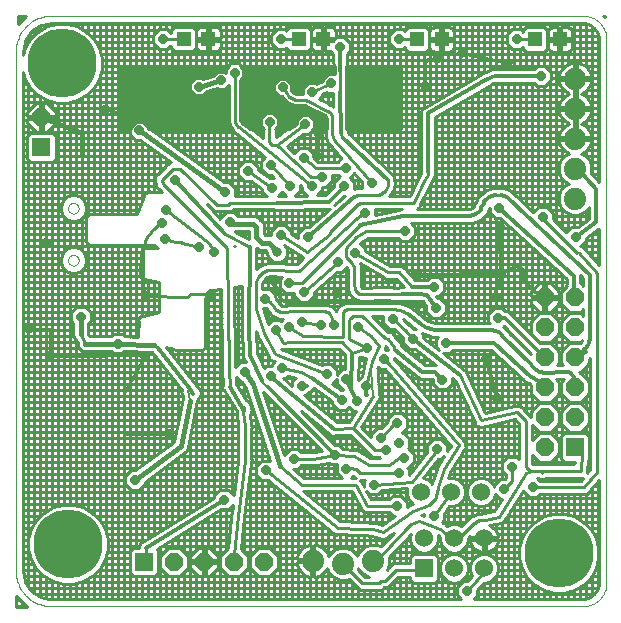
<source format=gbl>
G75*
G70*
%OFA0B0*%
%FSLAX24Y24*%
%IPPOS*%
%LPD*%
%AMOC8*
5,1,8,0,0,1.08239X$1,22.5*
%
%ADD10C,0.0000*%
%ADD11R,0.0472X0.0472*%
%ADD12R,0.0600X0.0600*%
%ADD13OC8,0.0600*%
%ADD14C,0.0600*%
%ADD15C,0.0740*%
%ADD16C,0.2300*%
%ADD17C,0.0100*%
%ADD18OC8,0.0320*%
%ADD19C,0.0120*%
%ADD20C,0.0320*%
%ADD21C,0.0160*%
%ADD22C,0.0140*%
%ADD23C,0.0080*%
D10*
X002641Y001725D02*
X002641Y019048D01*
X002643Y019114D01*
X002648Y019180D01*
X002658Y019246D01*
X002671Y019311D01*
X002687Y019375D01*
X002707Y019438D01*
X002731Y019500D01*
X002758Y019560D01*
X002788Y019619D01*
X002822Y019676D01*
X002859Y019731D01*
X002899Y019784D01*
X002941Y019835D01*
X002987Y019883D01*
X003035Y019929D01*
X003086Y019971D01*
X003139Y020011D01*
X003194Y020048D01*
X003251Y020082D01*
X003310Y020112D01*
X003370Y020139D01*
X003432Y020163D01*
X003495Y020183D01*
X003559Y020199D01*
X003624Y020212D01*
X003690Y020222D01*
X003756Y020227D01*
X003822Y020229D01*
X021538Y020229D01*
X021592Y020227D01*
X021645Y020222D01*
X021698Y020213D01*
X021750Y020200D01*
X021802Y020184D01*
X021852Y020164D01*
X021900Y020141D01*
X021947Y020114D01*
X021992Y020085D01*
X022035Y020052D01*
X022075Y020017D01*
X022113Y019979D01*
X022148Y019939D01*
X022181Y019896D01*
X022210Y019851D01*
X022237Y019804D01*
X022260Y019756D01*
X022280Y019706D01*
X022296Y019654D01*
X022309Y019602D01*
X022318Y019549D01*
X022323Y019496D01*
X022325Y019442D01*
X022326Y019442D02*
X022326Y001332D01*
X022325Y001332D02*
X022323Y001278D01*
X022318Y001225D01*
X022309Y001172D01*
X022296Y001120D01*
X022280Y001068D01*
X022260Y001018D01*
X022237Y000970D01*
X022210Y000923D01*
X022181Y000878D01*
X022148Y000835D01*
X022113Y000795D01*
X022075Y000757D01*
X022035Y000722D01*
X021992Y000689D01*
X021947Y000660D01*
X021900Y000633D01*
X021852Y000610D01*
X021802Y000590D01*
X021750Y000574D01*
X021698Y000561D01*
X021645Y000552D01*
X021592Y000547D01*
X021538Y000545D01*
X021538Y000544D02*
X003822Y000544D01*
X003756Y000546D01*
X003690Y000551D01*
X003624Y000561D01*
X003559Y000574D01*
X003495Y000590D01*
X003432Y000610D01*
X003370Y000634D01*
X003310Y000661D01*
X003251Y000691D01*
X003194Y000725D01*
X003139Y000762D01*
X003086Y000802D01*
X003035Y000844D01*
X002987Y000890D01*
X002941Y000938D01*
X002899Y000989D01*
X002859Y001042D01*
X002822Y001097D01*
X002788Y001154D01*
X002758Y001213D01*
X002731Y001273D01*
X002707Y001335D01*
X002687Y001398D01*
X002671Y001462D01*
X002658Y001527D01*
X002648Y001593D01*
X002643Y001659D01*
X002641Y001725D01*
X004381Y012080D02*
X004383Y012106D01*
X004389Y012132D01*
X004399Y012157D01*
X004412Y012180D01*
X004428Y012200D01*
X004448Y012218D01*
X004470Y012233D01*
X004493Y012245D01*
X004519Y012253D01*
X004545Y012257D01*
X004571Y012257D01*
X004597Y012253D01*
X004623Y012245D01*
X004647Y012233D01*
X004668Y012218D01*
X004688Y012200D01*
X004704Y012180D01*
X004717Y012157D01*
X004727Y012132D01*
X004733Y012106D01*
X004735Y012080D01*
X004733Y012054D01*
X004727Y012028D01*
X004717Y012003D01*
X004704Y011980D01*
X004688Y011960D01*
X004668Y011942D01*
X004646Y011927D01*
X004623Y011915D01*
X004597Y011907D01*
X004571Y011903D01*
X004545Y011903D01*
X004519Y011907D01*
X004493Y011915D01*
X004469Y011927D01*
X004448Y011942D01*
X004428Y011960D01*
X004412Y011980D01*
X004399Y012003D01*
X004389Y012028D01*
X004383Y012054D01*
X004381Y012080D01*
X004381Y013812D02*
X004383Y013838D01*
X004389Y013864D01*
X004399Y013889D01*
X004412Y013912D01*
X004428Y013932D01*
X004448Y013950D01*
X004470Y013965D01*
X004493Y013977D01*
X004519Y013985D01*
X004545Y013989D01*
X004571Y013989D01*
X004597Y013985D01*
X004623Y013977D01*
X004647Y013965D01*
X004668Y013950D01*
X004688Y013932D01*
X004704Y013912D01*
X004717Y013889D01*
X004727Y013864D01*
X004733Y013838D01*
X004735Y013812D01*
X004733Y013786D01*
X004727Y013760D01*
X004717Y013735D01*
X004704Y013712D01*
X004688Y013692D01*
X004668Y013674D01*
X004646Y013659D01*
X004623Y013647D01*
X004597Y013639D01*
X004571Y013635D01*
X004545Y013635D01*
X004519Y013639D01*
X004493Y013647D01*
X004469Y013659D01*
X004448Y013674D01*
X004428Y013692D01*
X004412Y013712D01*
X004399Y013735D01*
X004389Y013760D01*
X004383Y013786D01*
X004381Y013812D01*
D11*
X008229Y019451D03*
X009055Y019451D03*
X012062Y019451D03*
X012889Y019451D03*
X016007Y019442D03*
X016834Y019442D03*
X019944Y019442D03*
X020771Y019442D03*
D12*
X003493Y015841D03*
X021278Y005840D03*
X016245Y001808D03*
X006914Y002022D03*
D13*
X007914Y002022D03*
X008914Y002022D03*
X009914Y002022D03*
X010914Y002022D03*
X020278Y005840D03*
X020278Y006840D03*
X021278Y006840D03*
X021278Y007840D03*
X020278Y007840D03*
X020278Y008840D03*
X021278Y008840D03*
X021278Y009840D03*
X020278Y009840D03*
X020278Y010840D03*
X021278Y010840D03*
X003493Y016841D03*
D14*
X016141Y004344D03*
X017141Y004344D03*
X018141Y004344D03*
X018245Y002808D03*
X017245Y002808D03*
X016245Y002808D03*
X017245Y001808D03*
X018245Y001808D03*
D15*
X014541Y002064D03*
X013541Y001964D03*
X012541Y002064D03*
X021281Y014134D03*
X021281Y015134D03*
X021281Y016134D03*
X021281Y017134D03*
X021281Y018134D03*
D16*
X004181Y018644D03*
X004381Y002614D03*
X020741Y002314D03*
D17*
X003023Y000534D02*
X002655Y000533D01*
X002656Y000883D01*
X002677Y000847D01*
X002677Y000847D01*
X002943Y000580D01*
X003023Y000534D01*
X003005Y000544D02*
X002655Y000544D01*
X002841Y000534D02*
X002841Y000683D01*
X002779Y000744D02*
X002655Y000744D01*
X002943Y000580D02*
X002943Y000580D01*
X003255Y000987D02*
X003465Y000865D01*
X003700Y000802D01*
X003822Y000794D01*
X003871Y000794D01*
X017474Y000794D01*
X017361Y000908D01*
X017361Y001181D01*
X017554Y001374D01*
X017684Y001374D01*
X017840Y001556D01*
X017775Y001714D01*
X017775Y001901D01*
X017846Y002074D01*
X017978Y002206D01*
X018151Y002278D01*
X018338Y002278D01*
X018511Y002206D01*
X018643Y002074D01*
X018715Y001901D01*
X018715Y001714D01*
X018643Y001542D01*
X018511Y001410D01*
X018338Y001338D01*
X018233Y001338D01*
X018021Y001091D01*
X018021Y000908D01*
X017907Y000794D01*
X021538Y000794D01*
X021622Y000801D01*
X021782Y000853D01*
X021918Y000952D01*
X022017Y001088D01*
X022069Y001248D01*
X022076Y001332D01*
X022076Y001381D01*
X022076Y004763D01*
X021791Y004432D01*
X021791Y004423D01*
X021732Y004365D01*
X021678Y004302D01*
X021668Y004301D01*
X021662Y004294D01*
X021579Y004294D01*
X021496Y004288D01*
X021489Y004294D01*
X020117Y004294D01*
X020007Y004184D01*
X019734Y004184D01*
X019541Y004378D01*
X019541Y004403D01*
X018965Y003493D01*
X018965Y003492D01*
X018916Y003416D01*
X018868Y003340D01*
X018867Y003339D01*
X018866Y003339D01*
X018779Y003320D01*
X018690Y003300D01*
X018689Y003300D01*
X018426Y003243D01*
X018491Y003210D01*
X018551Y003166D01*
X018603Y003114D01*
X018647Y003054D01*
X018680Y002988D01*
X018703Y002918D01*
X018713Y002858D01*
X018295Y002858D01*
X018295Y002758D01*
X018713Y002758D01*
X018703Y002698D01*
X018680Y002628D01*
X018647Y002562D01*
X018603Y002502D01*
X018551Y002449D01*
X018491Y002406D01*
X018425Y002372D01*
X018355Y002350D01*
X018295Y002340D01*
X018295Y002758D01*
X018195Y002758D01*
X018195Y002340D01*
X018135Y002350D01*
X018064Y002372D01*
X017998Y002406D01*
X017938Y002449D01*
X017886Y002502D01*
X017843Y002562D01*
X017809Y002628D01*
X017786Y002698D01*
X017777Y002758D01*
X018194Y002758D01*
X018194Y002858D01*
X017777Y002858D01*
X017781Y002883D01*
X017715Y002817D01*
X017715Y002714D01*
X017643Y002542D01*
X017511Y002410D01*
X017338Y002338D01*
X017151Y002338D01*
X016978Y002410D01*
X016846Y002542D01*
X016775Y002714D01*
X016775Y002858D01*
X016712Y002908D01*
X016715Y002901D01*
X016715Y002714D01*
X016643Y002542D01*
X016511Y002410D01*
X016338Y002338D01*
X016151Y002338D01*
X015978Y002410D01*
X015846Y002542D01*
X015775Y002714D01*
X015775Y002901D01*
X015799Y002961D01*
X015073Y002191D01*
X015081Y002172D01*
X015081Y001957D01*
X015002Y001766D01*
X015209Y001974D01*
X015392Y001974D01*
X015775Y001974D01*
X015775Y002178D01*
X015874Y002278D01*
X016615Y002278D01*
X016715Y002178D01*
X016715Y001438D01*
X016615Y001338D01*
X015874Y001338D01*
X015775Y001438D01*
X015775Y001534D01*
X015392Y001534D01*
X015161Y001303D01*
X015032Y001174D01*
X014912Y001174D01*
X014832Y001094D01*
X014282Y001094D01*
X014099Y001094D01*
X013734Y001460D01*
X013648Y001424D01*
X013433Y001424D01*
X013235Y001506D01*
X013083Y001658D01*
X013019Y001813D01*
X013002Y001781D01*
X012952Y001712D01*
X012892Y001652D01*
X012824Y001602D01*
X012748Y001564D01*
X012667Y001538D01*
X012591Y001525D01*
X012591Y002014D01*
X012491Y002014D01*
X012491Y001525D01*
X012414Y001538D01*
X012333Y001564D01*
X012258Y001602D01*
X012189Y001652D01*
X012129Y001712D01*
X012079Y001781D01*
X012040Y001857D01*
X012014Y001938D01*
X012002Y002014D01*
X012490Y002014D01*
X012490Y002114D01*
X012002Y002114D01*
X012014Y002191D01*
X012040Y002272D01*
X012079Y002347D01*
X012129Y002416D01*
X012189Y002476D01*
X012258Y002526D01*
X012333Y002565D01*
X012414Y002591D01*
X012491Y002603D01*
X012491Y002114D01*
X012591Y002114D01*
X012591Y002603D01*
X012667Y002591D01*
X012748Y002565D01*
X012824Y002526D01*
X012892Y002476D01*
X012952Y002416D01*
X013002Y002347D01*
X013041Y002272D01*
X013041Y003147D01*
X013044Y003144D02*
X010220Y003144D01*
X010199Y002944D02*
X013293Y002944D01*
X013290Y002947D02*
X013304Y002936D01*
X013378Y002944D01*
X014046Y002918D01*
X014049Y002914D01*
X014136Y002914D01*
X014223Y002911D01*
X014227Y002914D01*
X014253Y002914D01*
X014500Y002897D01*
X014734Y002826D01*
X014743Y002813D01*
X014820Y002800D01*
X014894Y002777D01*
X014907Y002784D01*
X014923Y002782D01*
X014986Y002827D01*
X015055Y002863D01*
X015059Y002878D01*
X015229Y002997D01*
X014799Y002542D01*
X014648Y002604D01*
X014433Y002604D01*
X014235Y002522D01*
X014083Y002370D01*
X014020Y002218D01*
X013998Y002270D01*
X013846Y002422D01*
X013648Y002504D01*
X013433Y002504D01*
X013235Y002422D01*
X013083Y002270D01*
X013060Y002214D01*
X013041Y002272D01*
X013004Y002344D02*
X013157Y002344D01*
X013241Y002424D02*
X013241Y002981D01*
X013220Y003003D02*
X013271Y002948D01*
X013290Y002947D01*
X013220Y003003D02*
X011294Y004546D01*
X011293Y004546D01*
X011225Y004601D01*
X011152Y004659D01*
X011152Y004660D01*
X011048Y004744D01*
X010854Y004744D01*
X010412Y004744D01*
X010387Y004544D02*
X011296Y004544D01*
X011241Y004588D02*
X011241Y002360D01*
X011257Y002344D02*
X012077Y002344D01*
X012041Y002272D02*
X012041Y003948D01*
X012045Y003944D02*
X010311Y003944D01*
X010286Y003744D02*
X012295Y003744D01*
X012241Y003788D02*
X012241Y002514D01*
X012293Y002544D02*
X010158Y002544D01*
X010149Y002452D02*
X010259Y003530D01*
X010479Y005282D01*
X010491Y005293D01*
X010491Y005370D01*
X010500Y005447D01*
X010491Y005460D01*
X010491Y006487D01*
X010499Y006498D01*
X010491Y006576D01*
X010491Y006655D01*
X010481Y006665D01*
X010453Y006910D01*
X010457Y006913D01*
X010474Y006980D01*
X010486Y006996D01*
X010486Y006996D01*
X010486Y006996D01*
X010484Y007019D01*
X010503Y007098D01*
X010467Y007157D01*
X010465Y007177D01*
X010464Y007177D01*
X010448Y007311D01*
X010307Y007421D01*
X009986Y007952D01*
X009973Y008195D01*
X010134Y008034D01*
X010186Y008034D01*
X010313Y007836D01*
X011112Y005404D01*
X010854Y005404D01*
X010661Y005211D01*
X010661Y004938D01*
X010854Y004744D01*
X010841Y004758D02*
X010841Y002492D01*
X010720Y002492D02*
X010444Y002217D01*
X010444Y001828D01*
X010720Y001552D01*
X011109Y001552D01*
X011384Y001828D01*
X011384Y002217D01*
X011109Y002492D01*
X010720Y002492D01*
X010641Y002413D02*
X010641Y006839D01*
X010672Y006744D02*
X010472Y006744D01*
X010465Y006944D02*
X010606Y006944D01*
X010540Y007144D02*
X010475Y007144D01*
X010441Y007317D02*
X010441Y007448D01*
X010409Y007544D02*
X010233Y007544D01*
X010241Y007532D02*
X010241Y007949D01*
X010243Y007944D02*
X009991Y007944D01*
X010041Y007862D02*
X010041Y008128D01*
X010024Y008144D02*
X009976Y008144D01*
X009771Y007864D02*
X009741Y008424D01*
X009691Y012444D01*
X009691Y012484D01*
X007541Y014634D01*
X007501Y014764D01*
X007871Y015134D01*
X008111Y015114D01*
X009341Y013934D01*
X009731Y013934D01*
X009741Y013994D01*
X011291Y013994D01*
X011331Y013984D01*
X011343Y013754D02*
X011366Y013749D01*
X011377Y013755D01*
X013118Y013796D01*
X012408Y013174D01*
X012244Y013174D01*
X012051Y012981D01*
X012051Y012805D01*
X011801Y012970D01*
X011801Y013061D01*
X011607Y013254D01*
X011334Y013254D01*
X011141Y013061D01*
X011141Y012908D01*
X011137Y012910D01*
X011128Y012911D01*
X011120Y012914D01*
X011079Y012914D01*
X011038Y012917D01*
X011029Y012914D01*
X010944Y012914D01*
X010901Y012958D01*
X010901Y013154D01*
X010901Y013254D01*
X010863Y013346D01*
X010773Y013436D01*
X010702Y013506D01*
X010610Y013544D01*
X010057Y013544D01*
X009927Y013674D01*
X009654Y013674D01*
X009461Y013481D01*
X009461Y013462D01*
X009000Y013957D01*
X009187Y013777D01*
X009249Y013714D01*
X009252Y013714D01*
X009254Y013712D01*
X009343Y013714D01*
X009712Y013714D01*
X009784Y013702D01*
X009801Y013714D01*
X009822Y013714D01*
X009873Y013766D01*
X009885Y013774D01*
X011218Y013774D01*
X011241Y013752D01*
X011343Y013754D01*
X011441Y013757D02*
X011441Y013254D01*
X011641Y013221D02*
X011641Y013761D01*
X011841Y013766D02*
X011841Y012944D01*
X011840Y012944D02*
X012051Y012944D01*
X012041Y012812D02*
X012041Y013771D01*
X012241Y013775D02*
X012241Y013171D01*
X012214Y013144D02*
X011717Y013144D01*
X011471Y012924D02*
X012351Y012344D01*
X013121Y012964D01*
X013121Y013024D01*
X014023Y013926D01*
X013914Y014188D02*
X013939Y014208D01*
X013966Y014224D01*
X013994Y014238D01*
X014023Y014250D01*
X014053Y014258D01*
X014085Y014262D01*
X014116Y014264D01*
X014311Y014264D01*
X014751Y014270D01*
X015087Y014214D02*
X015119Y014239D01*
X015119Y014239D01*
X015119Y014239D01*
X015241Y014450D01*
X015274Y014692D01*
X015261Y014742D01*
X015258Y014856D01*
X015223Y014889D01*
X015221Y014898D01*
X015202Y014909D01*
X013699Y016326D01*
X013679Y017793D01*
X013672Y017800D01*
X013679Y018289D01*
X013692Y018302D01*
X013684Y018951D01*
X013781Y019048D01*
X013781Y019321D01*
X013587Y019514D01*
X013314Y019514D01*
X013201Y019401D01*
X012939Y019401D01*
X012939Y019045D01*
X013123Y019045D01*
X013224Y018945D01*
X013231Y018324D01*
X013024Y018324D01*
X012831Y018131D01*
X012831Y018088D01*
X012667Y018015D01*
X012647Y018034D01*
X012374Y018034D01*
X012181Y017841D01*
X012181Y017647D01*
X012118Y017648D01*
X012027Y017650D01*
X011994Y017653D01*
X011933Y017675D01*
X011882Y017715D01*
X011862Y017740D01*
X011861Y017743D01*
X011861Y017981D01*
X011667Y018174D01*
X011394Y018174D01*
X011201Y017981D01*
X011201Y017708D01*
X011394Y017514D01*
X011485Y017514D01*
X011487Y017511D01*
X011495Y017499D01*
X011552Y017411D01*
X011717Y017282D01*
X011914Y017212D01*
X011927Y017212D01*
X012208Y017206D01*
X012218Y017206D01*
X012256Y017201D01*
X012292Y017188D01*
X012373Y017147D01*
X012373Y017147D01*
X012927Y016870D01*
X012939Y016863D01*
X012959Y016841D01*
X012969Y016814D01*
X012971Y016799D01*
X012971Y016740D01*
X012971Y016708D01*
X012971Y016187D01*
X012971Y016178D01*
X013040Y015992D01*
X013046Y015986D01*
X013046Y015986D01*
X013163Y015851D01*
X013165Y015848D01*
X013491Y015472D01*
X013384Y015364D01*
X012723Y015364D01*
X012561Y015507D01*
X012561Y015641D01*
X012367Y015834D01*
X012094Y015834D01*
X011925Y015665D01*
X011675Y015896D01*
X012214Y016294D01*
X012427Y016294D01*
X012621Y016488D01*
X012621Y016761D01*
X012427Y016954D01*
X012154Y016954D01*
X011961Y016761D01*
X011961Y016654D01*
X011311Y016173D01*
X011311Y016428D01*
X011431Y016548D01*
X011431Y016821D01*
X011237Y017014D01*
X010964Y017014D01*
X010771Y016821D01*
X010771Y016548D01*
X010871Y016448D01*
X010871Y016149D01*
X010218Y016675D01*
X010211Y016681D01*
X010186Y016706D01*
X010155Y016771D01*
X010151Y016807D01*
X010151Y018078D01*
X010261Y018188D01*
X010261Y018461D01*
X010067Y018654D01*
X009794Y018654D01*
X009601Y018461D01*
X009601Y018404D01*
X009354Y018404D01*
X009204Y018254D01*
X008893Y018168D01*
X008867Y018194D01*
X008594Y018194D01*
X008401Y018001D01*
X008401Y017728D01*
X008594Y017534D01*
X008867Y017534D01*
X009017Y017684D01*
X009328Y017770D01*
X009354Y017744D01*
X009235Y017744D01*
X009241Y017746D02*
X009241Y014936D01*
X009229Y014944D02*
X010051Y014944D01*
X010051Y014918D02*
X010244Y014724D01*
X010471Y014724D01*
X010861Y014455D01*
X010861Y014358D01*
X011004Y014214D01*
X009947Y014214D01*
X009951Y014218D01*
X009951Y014491D01*
X009757Y014684D01*
X009590Y014684D01*
X007091Y016485D01*
X007091Y016551D01*
X006897Y016744D01*
X006624Y016744D01*
X006431Y016551D01*
X006431Y016278D01*
X006624Y016084D01*
X006791Y016084D01*
X007797Y015360D01*
X007790Y015354D01*
X007779Y015354D01*
X007722Y015296D01*
X007659Y015243D01*
X007658Y015233D01*
X007384Y014958D01*
X007349Y014948D01*
X007322Y014896D01*
X007281Y014855D01*
X007281Y014819D01*
X007264Y014787D01*
X007281Y014731D01*
X007281Y014673D01*
X007306Y014647D01*
X007321Y014601D01*
X007321Y014543D01*
X007346Y014517D01*
X007357Y014482D01*
X007409Y014455D01*
X007500Y014364D01*
X007123Y014364D01*
X007088Y014378D01*
X007056Y014364D01*
X007020Y014364D01*
X006994Y014338D01*
X006959Y014323D01*
X006946Y014290D01*
X006921Y014265D01*
X006921Y014227D01*
X006676Y013614D01*
X005070Y013614D01*
X004971Y013515D01*
X004971Y013374D01*
X004971Y012674D01*
X005070Y012574D01*
X005211Y012574D01*
X007249Y012574D01*
X007388Y012503D01*
X006993Y012484D01*
X006932Y012489D01*
X006924Y012481D01*
X006912Y012481D01*
X006872Y012436D01*
X006826Y012397D01*
X006825Y012385D01*
X006818Y012377D01*
X006820Y012316D01*
X006772Y011636D01*
X006760Y011577D01*
X006767Y011567D01*
X006766Y011556D01*
X006806Y011510D01*
X006840Y011460D01*
X006851Y011458D01*
X006858Y011450D01*
X006919Y011445D01*
X007401Y011354D01*
X007401Y010358D01*
X006882Y010235D01*
X006834Y010236D01*
X006816Y010219D01*
X006793Y010213D01*
X006767Y010172D01*
X006732Y010138D01*
X006732Y010114D01*
X006719Y010093D01*
X006730Y010046D01*
X006721Y009620D01*
X006708Y009574D01*
X006720Y009552D01*
X006719Y009527D01*
X006721Y009526D01*
X006266Y009545D01*
X006177Y009634D01*
X005904Y009634D01*
X005824Y009554D01*
X005082Y009554D01*
X005051Y009616D01*
X005051Y009988D01*
X005131Y010068D01*
X005131Y010341D01*
X004937Y010534D01*
X004664Y010534D01*
X004471Y010341D01*
X004471Y010068D01*
X004551Y009988D01*
X004551Y009574D01*
X004589Y009483D01*
X004659Y009412D01*
X004661Y009411D01*
X004711Y009312D01*
X004711Y009254D01*
X004749Y009163D01*
X004819Y009092D01*
X004911Y009054D01*
X005824Y009054D01*
X005904Y008974D01*
X006177Y008974D01*
X006248Y009045D01*
X007194Y009006D01*
X008168Y007749D01*
X008161Y007694D01*
X008181Y007670D01*
X008203Y007513D01*
X008195Y007501D01*
X007904Y006028D01*
X006627Y005084D01*
X006464Y005084D01*
X006271Y004891D01*
X006271Y004618D01*
X006464Y004424D01*
X006737Y004424D01*
X006931Y004618D01*
X006931Y004687D01*
X008275Y005680D01*
X008311Y005704D01*
X008314Y005709D01*
X008319Y005713D01*
X008342Y005751D01*
X008366Y005787D01*
X008367Y005793D01*
X008370Y005798D01*
X008377Y005842D01*
X008685Y007405D01*
X008681Y007424D01*
X008745Y007474D01*
X008793Y007557D01*
X008805Y007651D01*
X008780Y007744D01*
X008654Y007906D01*
X007653Y009198D01*
X007981Y009103D01*
X008000Y009084D01*
X008047Y009084D01*
X008091Y009071D01*
X008114Y009084D01*
X008780Y009084D01*
X008850Y009084D01*
X008850Y009084D01*
X008851Y009084D01*
X008900Y009133D01*
X008950Y009183D01*
X008950Y009183D01*
X008951Y009184D01*
X008951Y009254D01*
X008960Y010823D01*
X009220Y011084D01*
X009487Y011120D01*
X009520Y008507D01*
X009516Y008503D01*
X009521Y008417D01*
X009522Y008330D01*
X009526Y008327D01*
X009547Y007919D01*
X009525Y007827D01*
X009555Y007776D01*
X009556Y007761D01*
X009574Y007745D01*
X009995Y007049D01*
X010002Y006987D01*
X010051Y006552D01*
X010051Y005398D01*
X009907Y004255D01*
X009727Y004434D01*
X009454Y004434D01*
X009261Y004241D01*
X009261Y004171D01*
X006899Y002714D01*
X006889Y002714D01*
X006874Y002699D01*
X006779Y002640D01*
X006767Y002592D01*
X006761Y002585D01*
X006761Y002563D01*
X006744Y002492D01*
X006544Y002492D01*
X006444Y002393D01*
X006444Y001652D01*
X006544Y001552D01*
X007285Y001552D01*
X007384Y001652D01*
X007384Y002393D01*
X007334Y002442D01*
X009494Y003774D01*
X009727Y003774D01*
X009864Y003911D01*
X009833Y003669D01*
X009831Y003667D01*
X009822Y003580D01*
X009811Y003491D01*
X009813Y003489D01*
X009710Y002482D01*
X009444Y002217D01*
X009444Y001828D01*
X009720Y001552D01*
X010109Y001552D01*
X010384Y001828D01*
X010384Y002217D01*
X010149Y002452D01*
X010241Y002360D02*
X010241Y003348D01*
X010240Y003344D02*
X012794Y003344D01*
X012841Y003307D02*
X012841Y002514D01*
X012788Y002544D02*
X014288Y002544D01*
X014241Y002524D02*
X014241Y002914D01*
X014441Y002901D02*
X014441Y002604D01*
X014641Y002604D02*
X014641Y002854D01*
X014841Y002794D02*
X014841Y002586D01*
X014801Y002544D02*
X014793Y002544D01*
X014990Y002744D02*
X010179Y002744D01*
X010257Y002344D02*
X010572Y002344D01*
X010444Y002144D02*
X010384Y002144D01*
X010384Y001944D02*
X010444Y001944D01*
X010528Y001744D02*
X010301Y001744D01*
X010241Y001684D02*
X010241Y000794D01*
X010441Y000794D02*
X010441Y004973D01*
X010437Y004944D02*
X010661Y004944D01*
X010661Y005144D02*
X010462Y005144D01*
X010491Y005344D02*
X010794Y005344D01*
X010841Y005391D02*
X010841Y006230D01*
X010869Y006144D02*
X010491Y006144D01*
X010491Y005944D02*
X010934Y005944D01*
X011000Y005744D02*
X010491Y005744D01*
X010491Y005544D02*
X011066Y005544D01*
X011041Y005621D02*
X011041Y005404D01*
X011431Y005234D02*
X012171Y004594D01*
X013891Y004594D01*
X013971Y004574D01*
X014351Y003894D01*
X015341Y003894D01*
X015094Y003674D02*
X015204Y003564D01*
X015271Y003564D01*
X014832Y003256D01*
X014665Y003306D01*
X014647Y003327D01*
X014581Y003332D01*
X014517Y003351D01*
X014493Y003338D01*
X014358Y003348D01*
X014352Y003354D01*
X014269Y003354D01*
X014185Y003360D01*
X014179Y003354D01*
X014145Y003354D01*
X013452Y003381D01*
X012212Y004374D01*
X013830Y004374D01*
X014131Y003837D01*
X014131Y003803D01*
X014173Y003760D01*
X014203Y003707D01*
X014236Y003698D01*
X014259Y003674D01*
X014320Y003674D01*
X014378Y003658D01*
X014408Y003674D01*
X015094Y003674D01*
X015041Y003674D02*
X015041Y003403D01*
X014958Y003344D02*
X014540Y003344D01*
X014504Y003344D02*
X014408Y003344D01*
X014441Y003342D02*
X014441Y003674D01*
X014641Y003674D02*
X014641Y003328D01*
X014841Y003262D02*
X014841Y003674D01*
X015241Y003564D02*
X015241Y003543D01*
X015242Y003544D02*
X013248Y003544D01*
X013241Y003550D02*
X013241Y004374D01*
X013441Y004374D02*
X013441Y003390D01*
X013641Y003374D02*
X013641Y004374D01*
X013841Y004356D02*
X013841Y003366D01*
X014041Y003358D02*
X014041Y003998D01*
X014071Y003944D02*
X012749Y003944D01*
X012841Y003871D02*
X012841Y004374D01*
X013041Y004374D02*
X013041Y003710D01*
X012998Y003744D02*
X014182Y003744D01*
X014241Y003693D02*
X014241Y003356D01*
X014261Y003134D02*
X014541Y003114D01*
X014871Y003014D01*
X015881Y003724D01*
X016421Y003924D01*
X016661Y004164D01*
X016661Y004234D01*
X016721Y004494D01*
X016721Y004524D01*
X016911Y005114D01*
X017400Y005906D01*
X015081Y008624D01*
X014921Y008774D01*
X015251Y008766D02*
X015298Y008722D01*
X015298Y008708D01*
X017545Y006075D01*
X017593Y006046D01*
X017602Y006009D01*
X017627Y005980D01*
X017622Y005923D01*
X017635Y005868D01*
X017615Y005836D01*
X017612Y005798D01*
X017569Y005761D01*
X017112Y005021D01*
X017045Y004813D01*
X017047Y004814D01*
X017234Y004814D01*
X017407Y004743D01*
X017539Y004610D01*
X017611Y004438D01*
X017611Y004251D01*
X017539Y004078D01*
X017407Y003946D01*
X017234Y003874D01*
X017073Y003874D01*
X016901Y003636D01*
X016901Y003418D01*
X016846Y003363D01*
X016888Y003330D01*
X016938Y003313D01*
X016956Y003276D01*
X017021Y003224D01*
X017151Y003278D01*
X017338Y003278D01*
X017490Y003215D01*
X017691Y003415D01*
X017819Y003544D01*
X017869Y003544D01*
X017919Y003594D01*
X017959Y003594D01*
X017999Y003634D01*
X018155Y003634D01*
X018161Y003635D01*
X018179Y003654D01*
X018247Y003654D01*
X018594Y003730D01*
X018844Y004124D01*
X018774Y004124D01*
X018611Y004288D01*
X018611Y004251D01*
X018539Y004078D01*
X018407Y003946D01*
X018234Y003874D01*
X018047Y003874D01*
X017874Y003946D01*
X017742Y004078D01*
X017671Y004251D01*
X017671Y004438D01*
X017742Y004610D01*
X017874Y004743D01*
X018047Y004814D01*
X018234Y004814D01*
X018407Y004743D01*
X018539Y004610D01*
X018581Y004510D01*
X018581Y004591D01*
X018774Y004784D01*
X018929Y004784D01*
X018971Y004825D01*
X018971Y004958D01*
X018861Y005068D01*
X018861Y005341D01*
X019054Y005534D01*
X019327Y005534D01*
X019412Y005449D01*
X019420Y006624D01*
X019271Y006773D01*
X018212Y006535D01*
X018151Y006506D01*
X018126Y006515D01*
X018100Y006510D01*
X018043Y006546D01*
X017980Y006569D01*
X017969Y006593D01*
X017946Y006607D01*
X017931Y006673D01*
X017273Y008084D01*
X017191Y008148D01*
X017191Y007968D01*
X016997Y007774D01*
X016724Y007774D01*
X016531Y007968D01*
X016531Y008109D01*
X016525Y008114D01*
X016201Y008114D01*
X016117Y008107D01*
X016107Y008114D01*
X016095Y008114D01*
X016036Y008174D01*
X015251Y008828D01*
X015251Y008766D01*
X015274Y008744D02*
X015351Y008744D01*
X015441Y008670D02*
X015441Y008541D01*
X015438Y008544D02*
X015591Y008544D01*
X015641Y008503D02*
X015641Y008307D01*
X015609Y008344D02*
X015831Y008344D01*
X015841Y008337D02*
X015841Y008073D01*
X015779Y008144D02*
X016065Y008144D01*
X016041Y008169D02*
X016041Y007838D01*
X016121Y007744D02*
X017431Y007744D01*
X017441Y007724D02*
X017441Y006198D01*
X017486Y006144D02*
X019417Y006144D01*
X019416Y005944D02*
X017624Y005944D01*
X017558Y005744D02*
X019414Y005744D01*
X019413Y005544D02*
X017435Y005544D01*
X017441Y005553D02*
X017441Y004709D01*
X017403Y004744D02*
X017878Y004744D01*
X017841Y004709D02*
X017841Y006867D01*
X017805Y006944D02*
X016804Y006944D01*
X016841Y006901D02*
X016841Y007774D01*
X017041Y007818D02*
X017041Y006667D01*
X016974Y006744D02*
X017898Y006744D01*
X018141Y006744D02*
X019341Y007014D01*
X019641Y006714D01*
X019631Y005204D01*
X019781Y005054D01*
X019861Y005054D01*
X019661Y005004D01*
X018731Y003534D01*
X018271Y003434D01*
X018251Y003414D01*
X018091Y003414D01*
X018051Y003374D01*
X018011Y003374D01*
X017961Y003324D01*
X017911Y003324D01*
X017341Y002754D01*
X017311Y002754D01*
X017245Y002808D01*
X017271Y002764D01*
X017261Y002754D01*
X016781Y003134D01*
X016081Y003374D01*
X015811Y003274D01*
X015661Y003134D01*
X014651Y002064D01*
X014541Y002064D01*
X015041Y001860D02*
X015041Y001805D01*
X015075Y001944D02*
X015180Y001944D01*
X015241Y001974D02*
X015241Y002369D01*
X015217Y002344D02*
X016136Y002344D01*
X016041Y002384D02*
X016041Y002278D01*
X016241Y002278D02*
X016241Y002338D01*
X016353Y002344D02*
X017136Y002344D01*
X017151Y002278D02*
X016978Y002206D01*
X016846Y002074D01*
X016775Y001901D01*
X016775Y001714D01*
X016846Y001542D01*
X016978Y001410D01*
X017151Y001338D01*
X017338Y001338D01*
X017511Y001410D01*
X017643Y001542D01*
X017715Y001714D01*
X017715Y001901D01*
X017643Y002074D01*
X017511Y002206D01*
X017338Y002278D01*
X017151Y002278D01*
X017241Y002278D02*
X017241Y002338D01*
X017353Y002344D02*
X018168Y002344D01*
X018195Y002344D02*
X018295Y002344D01*
X018321Y002344D02*
X019421Y002344D01*
X019421Y002488D02*
X019421Y002140D01*
X019511Y001805D01*
X019684Y001504D01*
X019930Y001258D01*
X020231Y001084D01*
X020567Y000994D01*
X020914Y000994D01*
X021250Y001084D01*
X021551Y001258D01*
X021797Y001504D01*
X021971Y001805D01*
X022061Y002140D01*
X022061Y002488D01*
X021971Y002824D01*
X021797Y003125D01*
X021551Y003370D01*
X021250Y003544D01*
X022076Y003544D01*
X022076Y003344D02*
X021577Y003344D01*
X021641Y003281D02*
X021641Y004294D01*
X021714Y004344D02*
X022076Y004344D01*
X022076Y004144D02*
X019377Y004144D01*
X019441Y004245D02*
X019441Y002563D01*
X019436Y002544D02*
X018634Y002544D01*
X018641Y002553D02*
X018641Y002077D01*
X018573Y002144D02*
X019421Y002144D01*
X019441Y002066D02*
X019441Y000794D01*
X019641Y000794D02*
X019641Y001580D01*
X019661Y001544D02*
X018644Y001544D01*
X018641Y001539D02*
X018641Y000794D01*
X018841Y000794D02*
X018841Y003333D01*
X018871Y003344D02*
X019904Y003344D01*
X019930Y003370D02*
X019684Y003125D01*
X019511Y002824D01*
X019421Y002488D01*
X019489Y002744D02*
X018710Y002744D01*
X018641Y002758D02*
X018641Y002858D01*
X018695Y002944D02*
X019580Y002944D01*
X019641Y003049D02*
X019641Y004278D01*
X019574Y004344D02*
X019503Y004344D01*
X019841Y004184D02*
X019841Y003281D01*
X019930Y003370D02*
X020231Y003544D01*
X018997Y003544D01*
X019041Y003613D02*
X019041Y000794D01*
X019241Y000794D02*
X019241Y003929D01*
X019250Y003944D02*
X022076Y003944D01*
X022076Y003744D02*
X019124Y003744D01*
X018730Y003944D02*
X018403Y003944D01*
X018441Y003980D02*
X018441Y003696D01*
X018603Y003744D02*
X016979Y003744D01*
X017041Y003830D02*
X017041Y003232D01*
X016870Y003344D02*
X017620Y003344D01*
X017641Y003365D02*
X017641Y007296D01*
X017618Y007344D02*
X016462Y007344D01*
X016441Y007370D02*
X016441Y008114D01*
X016241Y008114D02*
X016241Y007604D01*
X016292Y007544D02*
X017525Y007544D01*
X017917Y007744D02*
X019808Y007744D01*
X019808Y007646D02*
X020083Y007370D01*
X020472Y007370D01*
X020748Y007646D01*
X020748Y008035D01*
X020661Y008121D01*
X020903Y008130D01*
X020808Y008035D01*
X020808Y007646D01*
X021083Y007370D01*
X021472Y007370D01*
X021748Y007646D01*
X021748Y008035D01*
X021472Y008310D01*
X021429Y008310D01*
X021413Y008350D01*
X021404Y008370D01*
X021472Y008370D01*
X021748Y008646D01*
X021748Y008804D01*
X021791Y008819D01*
X021791Y005106D01*
X021691Y004990D01*
X021691Y005049D01*
X021709Y005431D01*
X021748Y005470D01*
X021748Y006211D01*
X021648Y006310D01*
X020907Y006310D01*
X020808Y006211D01*
X020808Y005470D01*
X020907Y005370D01*
X021266Y005370D01*
X021261Y005274D01*
X020262Y005274D01*
X020079Y005274D01*
X019922Y005274D01*
X019896Y005290D01*
X019864Y005282D01*
X019851Y005295D01*
X019853Y005600D01*
X020083Y005370D01*
X020472Y005370D01*
X020748Y005646D01*
X020748Y006035D01*
X020472Y006310D01*
X020083Y006310D01*
X019856Y006084D01*
X019860Y006594D01*
X020083Y006370D01*
X020472Y006370D01*
X020748Y006646D01*
X020748Y007035D01*
X020472Y007310D01*
X020083Y007310D01*
X019808Y007035D01*
X019808Y006858D01*
X019797Y006869D01*
X019733Y006934D01*
X019732Y006934D01*
X019541Y007125D01*
X019535Y007151D01*
X019479Y007187D01*
X019432Y007234D01*
X019404Y007234D01*
X019381Y007249D01*
X019316Y007234D01*
X019249Y007234D01*
X019230Y007215D01*
X018265Y006998D01*
X017668Y008276D01*
X017658Y008366D01*
X017608Y008405D01*
X017601Y008420D01*
X017579Y008428D01*
X016872Y008984D01*
X017117Y008984D01*
X017217Y009084D01*
X018482Y009084D01*
X019583Y008092D01*
X019588Y008070D01*
X019652Y008030D01*
X019707Y007980D01*
X019730Y007981D01*
X019808Y007932D01*
X019808Y007646D01*
X019841Y007613D02*
X019841Y007068D01*
X019917Y007144D02*
X019537Y007144D01*
X019441Y007225D02*
X019441Y008220D01*
X019525Y008144D02*
X017730Y008144D01*
X017660Y008344D02*
X019303Y008344D01*
X019241Y008401D02*
X019241Y007225D01*
X019041Y007172D02*
X019041Y008581D01*
X019081Y008544D02*
X017431Y008544D01*
X017441Y008537D02*
X017441Y009084D01*
X017641Y009084D02*
X017641Y008379D01*
X017441Y008244D02*
X018141Y006744D01*
X018041Y006547D02*
X018041Y004812D01*
X018241Y004811D02*
X018241Y006541D01*
X018254Y006544D02*
X019420Y006544D01*
X019418Y006344D02*
X017316Y006344D01*
X017241Y006432D02*
X017241Y008109D01*
X017196Y008144D02*
X017191Y008144D01*
X017167Y007944D02*
X017338Y007944D01*
X017823Y007944D02*
X019789Y007944D01*
X019641Y008037D02*
X019641Y007025D01*
X019722Y006944D02*
X019808Y006944D01*
X020041Y007268D02*
X020041Y007413D01*
X019909Y007544D02*
X018010Y007544D01*
X018041Y007479D02*
X018041Y009084D01*
X018241Y009084D02*
X018241Y007050D01*
X018197Y007144D02*
X018916Y007144D01*
X018841Y007127D02*
X018841Y008761D01*
X018859Y008744D02*
X017177Y008744D01*
X017241Y008694D02*
X017241Y009084D01*
X017041Y008984D02*
X017041Y008852D01*
X016923Y008944D02*
X018638Y008944D01*
X018641Y008941D02*
X018641Y007082D01*
X018441Y007037D02*
X018441Y009084D01*
X017841Y009084D02*
X017841Y007907D01*
X018103Y007344D02*
X021791Y007344D01*
X021791Y007144D02*
X021638Y007144D01*
X021641Y007142D02*
X021641Y007539D01*
X021646Y007544D02*
X021791Y007544D01*
X021791Y007744D02*
X021748Y007744D01*
X021748Y007944D02*
X021791Y007944D01*
X021791Y008144D02*
X021638Y008144D01*
X021641Y008142D02*
X021641Y008539D01*
X021646Y008544D02*
X021791Y008544D01*
X021791Y008344D02*
X021415Y008344D01*
X021413Y008350D02*
X021413Y008350D01*
X021441Y008370D02*
X021441Y008310D01*
X021748Y008744D02*
X021791Y008744D01*
X021083Y009310D02*
X020808Y009035D01*
X020808Y008646D01*
X020864Y008589D01*
X020684Y008582D01*
X020748Y008646D01*
X020748Y009035D01*
X020472Y009310D01*
X020116Y009310D01*
X019191Y010258D01*
X019191Y010259D01*
X019125Y010325D01*
X019059Y010393D01*
X019057Y010393D01*
X019056Y010394D01*
X018962Y010394D01*
X018947Y010394D01*
X018847Y010494D01*
X018574Y010494D01*
X018381Y010301D01*
X018381Y010028D01*
X018434Y009974D01*
X018396Y009974D01*
X016753Y009974D01*
X016627Y009985D01*
X016388Y010067D01*
X016282Y010136D01*
X016208Y010193D01*
X015791Y010517D01*
X015777Y010516D01*
X015727Y010555D01*
X015408Y010664D01*
X015408Y010664D01*
X015330Y010664D01*
X015214Y010664D01*
X015148Y010664D01*
X013617Y010664D01*
X013601Y010664D01*
X013417Y010558D01*
X013417Y010558D01*
X013417Y010558D01*
X013318Y010385D01*
X013203Y010514D01*
X013203Y010514D01*
X013023Y010594D01*
X013016Y010594D01*
X012925Y010594D01*
X012834Y010594D01*
X011970Y010594D01*
X011961Y010602D01*
X011880Y010594D01*
X011799Y010594D01*
X011791Y010586D01*
X011566Y010565D01*
X011526Y010570D01*
X011446Y010610D01*
X011416Y010643D01*
X011307Y010794D01*
X011298Y010837D01*
X011281Y010849D01*
X011281Y010941D01*
X011087Y011134D01*
X010851Y011134D01*
X010851Y011257D01*
X010853Y011287D01*
X010870Y011344D01*
X011431Y011344D01*
X011431Y011451D02*
X011431Y011178D01*
X011624Y010984D01*
X011897Y010984D01*
X011911Y010998D01*
X011911Y010888D01*
X012104Y010694D01*
X012377Y010694D01*
X012571Y010888D01*
X012571Y011019D01*
X013336Y011684D01*
X013517Y011684D01*
X013673Y011840D01*
X013675Y011838D01*
X013686Y011823D01*
X013700Y011788D01*
X013702Y011770D01*
X013709Y011117D01*
X013709Y011109D01*
X013709Y011109D01*
X013788Y010927D01*
X013788Y010927D01*
X013931Y010790D01*
X014117Y010719D01*
X014209Y010723D01*
X014881Y010744D01*
X015392Y010728D01*
X015405Y010714D01*
X016066Y010714D01*
X016207Y010709D01*
X016311Y010558D01*
X016311Y010348D01*
X016504Y010154D01*
X016777Y010154D01*
X016971Y010348D01*
X016971Y010621D01*
X016777Y010814D01*
X016693Y010814D01*
X016651Y010874D01*
X016727Y010874D01*
X016921Y011068D01*
X016921Y011341D01*
X016727Y011534D01*
X016454Y011534D01*
X016354Y011434D01*
X015932Y011434D01*
X015641Y011767D01*
X015641Y012724D01*
X015747Y012724D02*
X015941Y012918D01*
X015941Y013191D01*
X015815Y013316D01*
X017613Y013331D01*
X017708Y013332D01*
X017803Y013333D01*
X017803Y013333D01*
X017876Y013334D01*
X018184Y013463D01*
X018236Y013514D01*
X018292Y013570D01*
X018303Y013581D01*
X018370Y013649D01*
X018371Y013649D01*
X018371Y013744D01*
X018371Y013749D01*
X018431Y013809D01*
X018431Y013688D01*
X018624Y013494D01*
X018781Y013494D01*
X021001Y011463D01*
X021001Y011283D01*
X020990Y011269D01*
X020996Y011223D01*
X020808Y011035D01*
X020808Y010646D01*
X021083Y010370D01*
X021472Y010370D01*
X021545Y010443D01*
X021544Y010238D01*
X021472Y010310D01*
X021083Y010310D01*
X020808Y010035D01*
X020808Y009646D01*
X021083Y009370D01*
X021472Y009370D01*
X021527Y009425D01*
X021476Y009326D01*
X021465Y009314D01*
X021451Y009310D01*
X021083Y009310D01*
X021041Y009268D02*
X021041Y009413D01*
X020909Y009544D02*
X020646Y009544D01*
X020641Y009539D02*
X020641Y009142D01*
X020638Y009144D02*
X020917Y009144D01*
X020841Y009068D02*
X020841Y009613D01*
X020748Y009646D02*
X020472Y009370D01*
X020083Y009370D01*
X019808Y009646D01*
X019808Y010035D01*
X020083Y010310D01*
X020472Y010310D01*
X020748Y010035D01*
X020748Y009646D01*
X020748Y009744D02*
X020808Y009744D01*
X020808Y009944D02*
X020748Y009944D01*
X020841Y010068D02*
X020841Y010613D01*
X020909Y010544D02*
X020646Y010544D01*
X020641Y010539D02*
X020641Y010142D01*
X020638Y010144D02*
X020917Y010144D01*
X021041Y010268D02*
X021041Y010413D01*
X021241Y010370D02*
X021241Y010310D01*
X021441Y010310D02*
X021441Y010370D01*
X021545Y010344D02*
X019106Y010344D01*
X019041Y010394D02*
X019041Y013256D01*
X018944Y013344D02*
X017901Y013344D01*
X017841Y013333D02*
X017841Y009974D01*
X018041Y009974D02*
X018041Y013403D01*
X018236Y013514D02*
X018236Y013514D01*
X018241Y013519D02*
X018241Y009974D01*
X018381Y010144D02*
X016271Y010144D01*
X016241Y010168D02*
X016241Y010659D01*
X016311Y010544D02*
X015740Y010544D01*
X015727Y010555D02*
X015727Y010555D01*
X015741Y010644D02*
X013241Y010684D01*
X013135Y010544D02*
X013409Y010544D01*
X013441Y010571D02*
X013441Y011684D01*
X013577Y011744D02*
X013702Y011744D01*
X013641Y011808D02*
X013641Y010664D01*
X013617Y010664D02*
X013617Y010664D01*
X013601Y010664D02*
X013601Y010664D01*
X013841Y010664D02*
X013841Y010876D01*
X013780Y010944D02*
X012571Y010944D01*
X012641Y011080D02*
X012641Y010594D01*
X012841Y010594D02*
X012841Y011254D01*
X012945Y011344D02*
X013706Y011344D01*
X013708Y011144D02*
X012714Y011144D01*
X013041Y011428D02*
X013041Y010586D01*
X013023Y010594D02*
X013023Y010594D01*
X013016Y010594D02*
X013016Y010594D01*
X012925Y010374D02*
X011891Y010374D01*
X011571Y010344D01*
X011544Y010121D02*
X011472Y010049D01*
X011437Y010084D01*
X011164Y010084D01*
X011037Y009957D01*
X010875Y010474D01*
X010995Y010474D01*
X011006Y010460D01*
X011006Y010460D01*
X011059Y010386D01*
X011067Y010375D01*
X011113Y010312D01*
X011148Y010263D01*
X011148Y010263D01*
X011419Y010124D01*
X011491Y010124D01*
X011500Y010117D01*
X011544Y010121D01*
X011441Y010124D02*
X011441Y010081D01*
X011419Y010124D02*
X011419Y010124D01*
X011380Y010144D02*
X010978Y010144D01*
X011041Y009961D02*
X011041Y010412D01*
X011089Y010344D02*
X010915Y010344D01*
X011113Y010312D02*
X011113Y010312D01*
X011148Y010263D02*
X011148Y010263D01*
X011241Y010215D02*
X011241Y010084D01*
X011301Y009754D02*
X011531Y009334D01*
X011771Y009344D01*
X013511Y009344D01*
X013851Y009004D01*
X014351Y009154D01*
X013731Y009464D01*
X013731Y009987D01*
X013730Y009987D02*
X013732Y010016D01*
X013737Y010044D01*
X013745Y010071D01*
X013757Y010098D01*
X013772Y010122D01*
X013790Y010145D01*
X013810Y010165D01*
X013833Y010183D01*
X013857Y010198D01*
X013884Y010210D01*
X013911Y010218D01*
X013939Y010223D01*
X013968Y010225D01*
X013968Y010224D02*
X014191Y010224D01*
X014941Y009474D01*
X015051Y009464D01*
X015261Y009204D01*
X015291Y009094D01*
X015059Y009103D02*
X015057Y009104D01*
X014930Y009104D01*
X014950Y009120D01*
X014956Y009179D01*
X014971Y009213D01*
X015059Y009104D01*
X015059Y009103D01*
X015041Y009104D02*
X015041Y009127D01*
X015026Y009144D02*
X014952Y009144D01*
X014741Y009234D02*
X014491Y009544D01*
X014031Y009844D01*
X013531Y009534D02*
X013531Y010267D01*
X013533Y010292D01*
X013538Y010317D01*
X013547Y010341D01*
X013559Y010363D01*
X013574Y010383D01*
X013592Y010401D01*
X013612Y010416D01*
X013634Y010428D01*
X013658Y010437D01*
X013683Y010442D01*
X013708Y010444D01*
X015239Y010444D01*
X015241Y010664D02*
X015241Y010733D01*
X015041Y010739D02*
X015041Y010664D01*
X014841Y010664D02*
X014841Y010743D01*
X014641Y010737D02*
X014641Y010664D01*
X014441Y010664D02*
X014441Y010730D01*
X014241Y010724D02*
X014241Y010664D01*
X014117Y010719D02*
X014117Y010719D01*
X014052Y010744D02*
X012427Y010744D01*
X012441Y010758D02*
X012441Y010594D01*
X012241Y010594D02*
X012241Y010694D01*
X012054Y010744D02*
X011343Y010744D01*
X011441Y010616D02*
X011441Y011168D01*
X011464Y011144D02*
X010851Y011144D01*
X010853Y011287D02*
X010853Y011287D01*
X010870Y011344D02*
X010884Y011370D01*
X010911Y011411D01*
X010940Y011449D01*
X011016Y011509D01*
X011059Y011530D01*
X011071Y011535D01*
X011088Y011541D01*
X011117Y011549D01*
X011146Y011551D01*
X011512Y011532D01*
X011431Y011451D01*
X011441Y011461D02*
X011441Y011536D01*
X011275Y011544D02*
X011099Y011544D01*
X011041Y011521D02*
X011041Y011134D01*
X010630Y011257D02*
X010631Y011292D01*
X010636Y011327D01*
X010643Y011362D01*
X010653Y011396D01*
X010666Y011428D01*
X010682Y011460D01*
X010700Y011490D01*
X010700Y011491D02*
X010727Y011531D01*
X010631Y011257D02*
X010631Y010624D01*
X010651Y010454D01*
X010901Y009654D01*
X011291Y008944D01*
X013021Y008284D01*
X013351Y008271D02*
X013351Y008421D01*
X013157Y008614D01*
X012884Y008614D01*
X012853Y008584D01*
X011469Y009112D01*
X011504Y009113D01*
X011556Y009098D01*
X011591Y009117D01*
X011775Y009124D01*
X013419Y009124D01*
X013617Y008926D01*
X013598Y008444D01*
X013524Y008444D01*
X013351Y008271D01*
X013351Y008344D02*
X013424Y008344D01*
X013441Y008361D02*
X013441Y009103D01*
X013241Y009124D02*
X013241Y008531D01*
X013227Y008544D02*
X013602Y008544D01*
X013610Y008744D02*
X012432Y008744D01*
X012441Y008741D02*
X012441Y009124D01*
X012641Y009124D02*
X012641Y008665D01*
X012841Y008588D02*
X012841Y009124D01*
X013041Y009124D02*
X013041Y008614D01*
X013599Y008944D02*
X011908Y008944D01*
X011841Y008970D02*
X011841Y009124D01*
X012041Y009124D02*
X012041Y008894D01*
X012241Y008817D02*
X012241Y009124D01*
X011641Y009119D02*
X011641Y009046D01*
X011137Y008768D02*
X011142Y008758D01*
X011221Y008736D01*
X011267Y008718D01*
X011171Y008621D01*
X011171Y008564D01*
X011004Y008564D01*
X010912Y008472D01*
X010678Y008979D01*
X010646Y009733D01*
X010671Y009652D01*
X010664Y009628D01*
X010697Y009568D01*
X010718Y009502D01*
X010740Y009490D01*
X011093Y008846D01*
X011127Y008771D01*
X011137Y008768D01*
X011191Y008744D02*
X010786Y008744D01*
X010841Y008626D02*
X010841Y009307D01*
X010820Y009344D02*
X010663Y009344D01*
X010671Y009144D02*
X010930Y009144D01*
X011040Y008944D02*
X010695Y008944D01*
X011041Y008942D02*
X011041Y008564D01*
X010984Y008544D02*
X010878Y008544D01*
X011241Y008691D02*
X011241Y008728D01*
X011501Y008484D02*
X012141Y008344D01*
X012521Y008144D01*
X011975Y008155D02*
X011861Y008041D01*
X011861Y007896D01*
X011543Y008154D01*
X011637Y008154D01*
X011699Y008216D01*
X011975Y008155D01*
X011964Y008144D02*
X011555Y008144D01*
X011641Y008158D02*
X011641Y008075D01*
X011801Y007944D02*
X011861Y007944D01*
X011841Y007912D02*
X011841Y008185D01*
X012427Y007674D02*
X012436Y007674D01*
X012571Y007809D01*
X012571Y007827D01*
X013181Y007394D01*
X013181Y007298D01*
X013374Y007104D01*
X013647Y007104D01*
X013731Y007188D01*
X013864Y007054D01*
X013975Y007054D01*
X013752Y006696D01*
X013352Y006686D01*
X012257Y007574D01*
X012327Y007574D01*
X012427Y007674D01*
X012441Y007679D02*
X012441Y007426D01*
X012541Y007344D02*
X013181Y007344D01*
X013241Y007238D02*
X013241Y006777D01*
X013281Y006744D02*
X013782Y006744D01*
X013841Y006839D02*
X013841Y007078D01*
X013774Y007144D02*
X013687Y007144D01*
X013641Y007104D02*
X013641Y006694D01*
X013441Y006689D02*
X013441Y007104D01*
X013334Y007144D02*
X012787Y007144D01*
X012841Y007101D02*
X012841Y007635D01*
X012969Y007544D02*
X012294Y007544D01*
X012506Y007744D02*
X012687Y007744D01*
X012641Y007777D02*
X012641Y007263D01*
X013041Y007493D02*
X013041Y006939D01*
X013034Y006944D02*
X013907Y006944D01*
X014300Y006744D02*
X015031Y006744D01*
X015031Y006781D02*
X015031Y006705D01*
X015001Y006688D01*
X014993Y006657D01*
X014819Y006484D01*
X014664Y006484D01*
X014471Y006291D01*
X014471Y006195D01*
X014155Y006511D01*
X014749Y007463D01*
X014755Y007470D01*
X014755Y007473D01*
X014775Y007505D01*
X014746Y007634D01*
X014702Y008375D01*
X014715Y008430D01*
X014697Y008459D01*
X014695Y008493D01*
X014694Y008494D01*
X014702Y008527D01*
X014784Y008444D01*
X014945Y008444D01*
X017129Y005886D01*
X017021Y005711D01*
X017021Y005921D01*
X016827Y006114D01*
X016554Y006114D01*
X016361Y005921D01*
X016361Y005703D01*
X015731Y004930D01*
X015731Y005121D01*
X015687Y005164D01*
X015707Y005164D01*
X015901Y005358D01*
X015901Y005631D01*
X015707Y005824D01*
X015751Y005868D01*
X015751Y006141D01*
X015557Y006334D01*
X015517Y006334D01*
X015691Y006508D01*
X015691Y006781D01*
X015497Y006974D01*
X015224Y006974D01*
X015031Y006781D01*
X015041Y006791D02*
X015041Y008332D01*
X015030Y008344D02*
X014704Y008344D01*
X014841Y008444D02*
X014841Y006505D01*
X014880Y006544D02*
X014176Y006544D01*
X014241Y006648D02*
X014241Y006425D01*
X014322Y006344D02*
X014524Y006344D01*
X014441Y006225D02*
X014441Y006969D01*
X014425Y006944D02*
X015194Y006944D01*
X015241Y006974D02*
X015241Y008098D01*
X015201Y008144D02*
X014716Y008144D01*
X014727Y007944D02*
X015372Y007944D01*
X015441Y007864D02*
X015441Y006974D01*
X015527Y006944D02*
X016225Y006944D01*
X016241Y006926D02*
X016241Y005556D01*
X016231Y005544D02*
X015901Y005544D01*
X015841Y005691D02*
X015841Y007395D01*
X015884Y007344D02*
X014675Y007344D01*
X014641Y007289D02*
X014641Y006461D01*
X014801Y006154D02*
X015191Y006544D01*
X015361Y006644D01*
X015641Y006458D02*
X015641Y006251D01*
X015527Y006344D02*
X016737Y006344D01*
X016641Y006458D02*
X016641Y006114D01*
X016841Y006101D02*
X016841Y006223D01*
X016908Y006144D02*
X015747Y006144D01*
X015751Y005944D02*
X016384Y005944D01*
X016441Y006001D02*
X016441Y006692D01*
X016396Y006744D02*
X015691Y006744D01*
X015641Y006831D02*
X015641Y007629D01*
X015713Y007544D02*
X014766Y007544D01*
X014739Y007744D02*
X015542Y007744D01*
X015950Y007944D02*
X016554Y007944D01*
X016641Y007858D02*
X016641Y007135D01*
X016633Y007144D02*
X017711Y007144D01*
X018045Y006544D02*
X017145Y006544D01*
X016567Y006544D02*
X015691Y006544D01*
X016055Y007144D02*
X014550Y007144D01*
X014541Y007544D02*
X013876Y006479D01*
X014611Y005744D01*
X014991Y005744D01*
X014744Y005524D02*
X014784Y005484D01*
X014460Y005484D01*
X014065Y005715D01*
X014032Y005755D01*
X013989Y005759D01*
X013953Y005780D01*
X013902Y005767D01*
X013552Y005800D01*
X013417Y005934D01*
X013286Y005934D01*
X012155Y007065D01*
X013190Y006226D01*
X013379Y006245D01*
X013381Y006247D01*
X013787Y006257D01*
X014519Y005524D01*
X014702Y005524D01*
X014744Y005524D01*
X014641Y005524D02*
X014641Y005484D01*
X014499Y005544D02*
X014357Y005544D01*
X014441Y005496D02*
X014441Y005603D01*
X014299Y005744D02*
X014041Y005744D01*
X014041Y006003D01*
X014099Y005944D02*
X013276Y005944D01*
X013241Y005979D02*
X013241Y006231D01*
X013076Y006144D02*
X013899Y006144D01*
X013841Y006203D02*
X013841Y005773D01*
X013641Y005791D02*
X013641Y006253D01*
X013441Y006249D02*
X013441Y005911D01*
X013261Y005634D02*
X013281Y005604D01*
X013251Y005584D01*
X012531Y005464D01*
X011901Y005464D01*
X012147Y005244D02*
X012460Y005244D01*
X012477Y005232D01*
X012549Y005244D01*
X012622Y005244D01*
X012636Y005259D01*
X013085Y005334D01*
X013144Y005274D01*
X013334Y005274D01*
X013331Y005271D01*
X013331Y004998D01*
X013514Y004814D01*
X012253Y004814D01*
X011882Y005134D01*
X012037Y005134D01*
X012147Y005244D01*
X012241Y005244D02*
X012241Y004824D01*
X012102Y004944D02*
X013384Y004944D01*
X013441Y004888D02*
X013441Y004814D01*
X013241Y004814D02*
X013241Y005274D01*
X013331Y005144D02*
X012047Y005144D01*
X012041Y005138D02*
X012041Y004997D01*
X012441Y004814D02*
X012441Y005244D01*
X012641Y005260D02*
X012641Y004814D01*
X012841Y004814D02*
X012841Y005293D01*
X013041Y005326D02*
X013041Y004814D01*
X012641Y004374D02*
X012641Y004031D01*
X012499Y004144D02*
X013959Y004144D01*
X013847Y004344D02*
X012249Y004344D01*
X012241Y004351D02*
X012241Y004374D01*
X012441Y004374D02*
X012441Y004191D01*
X011841Y004108D02*
X011841Y000794D01*
X012041Y000794D02*
X012041Y001856D01*
X012013Y001944D02*
X011384Y001944D01*
X011384Y002144D02*
X012007Y002144D01*
X012041Y002114D02*
X012041Y002014D01*
X012241Y002014D02*
X012241Y002114D01*
X012441Y002114D02*
X012441Y002014D01*
X012491Y001944D02*
X012591Y001944D01*
X012591Y001744D02*
X012491Y001744D01*
X012491Y001544D02*
X012591Y001544D01*
X012641Y001533D02*
X012641Y000794D01*
X012841Y000794D02*
X012841Y001615D01*
X012688Y001544D02*
X013197Y001544D01*
X013241Y001504D02*
X013241Y000794D01*
X013441Y000794D02*
X013441Y001424D01*
X013641Y001424D02*
X013641Y000794D01*
X013841Y000794D02*
X013841Y001353D01*
X013849Y001344D02*
X004741Y001344D01*
X004841Y001371D02*
X004841Y000794D01*
X005041Y000794D02*
X005041Y001471D01*
X005167Y001544D02*
X012394Y001544D01*
X012441Y001533D02*
X012441Y000794D01*
X012241Y000794D02*
X012241Y001615D01*
X012106Y001744D02*
X011301Y001744D01*
X011241Y001684D02*
X011241Y000794D01*
X011441Y000794D02*
X011441Y004428D01*
X011546Y004344D02*
X010362Y004344D01*
X010336Y004144D02*
X011795Y004144D01*
X011641Y004268D02*
X011641Y000794D01*
X011041Y000794D02*
X011041Y001552D01*
X010841Y001552D02*
X010841Y000794D01*
X010641Y000794D02*
X010641Y001631D01*
X010041Y001552D02*
X010041Y000794D01*
X009841Y000794D02*
X009841Y001552D01*
X009641Y001631D02*
X009641Y000794D01*
X009441Y000794D02*
X009441Y003741D01*
X009445Y003744D02*
X009843Y003744D01*
X009841Y003727D02*
X009841Y003888D01*
X009641Y003774D02*
X009641Y002413D01*
X009572Y002344D02*
X009257Y002344D01*
X009241Y002360D02*
X009241Y003618D01*
X009121Y003544D02*
X009818Y003544D01*
X009798Y003344D02*
X008797Y003344D01*
X008841Y003371D02*
X008841Y002492D01*
X008864Y002492D02*
X008720Y002492D01*
X008444Y002217D01*
X008444Y002072D01*
X008864Y002072D01*
X008864Y001972D01*
X008444Y001972D01*
X008444Y001828D01*
X008720Y001552D01*
X008864Y001552D01*
X008864Y001972D01*
X008964Y001972D01*
X008964Y001552D01*
X009109Y001552D01*
X009384Y001828D01*
X009384Y001972D01*
X008964Y001972D01*
X008964Y002072D01*
X008864Y002072D01*
X008864Y002492D01*
X008964Y002492D02*
X008964Y002072D01*
X009384Y002072D01*
X009384Y002217D01*
X009109Y002492D01*
X008964Y002492D01*
X009041Y002492D02*
X009041Y003495D01*
X008841Y003912D02*
X008841Y009084D01*
X008911Y009144D02*
X009512Y009144D01*
X009514Y008944D02*
X007849Y008944D01*
X007841Y008955D02*
X007841Y009144D01*
X007838Y009144D02*
X007694Y009144D01*
X007391Y009144D02*
X007241Y009254D01*
X007041Y009012D02*
X007041Y005390D01*
X006979Y005344D02*
X002891Y005344D01*
X002891Y005144D02*
X006708Y005144D01*
X006641Y005095D02*
X006641Y009029D01*
X006668Y008909D02*
X004641Y008894D01*
X003791Y008894D01*
X003791Y009794D01*
X003091Y009794D01*
X002891Y009744D02*
X004551Y009744D01*
X004563Y009544D02*
X002891Y009544D01*
X002891Y009344D02*
X004695Y009344D01*
X004641Y009431D02*
X004641Y003911D01*
X004554Y003934D02*
X004890Y003844D01*
X005191Y003670D01*
X005437Y003425D01*
X005611Y003124D01*
X005701Y002788D01*
X005701Y002440D01*
X005611Y002105D01*
X005437Y001804D01*
X005191Y001558D01*
X004890Y001384D01*
X004554Y001294D01*
X004207Y001294D01*
X003871Y001384D01*
X003570Y001558D01*
X003324Y001804D01*
X003151Y002105D01*
X003061Y002440D01*
X003061Y002788D01*
X003151Y003124D01*
X003324Y003425D01*
X003570Y003670D01*
X003871Y003844D01*
X004207Y003934D01*
X004554Y003934D01*
X004441Y003934D02*
X004441Y011666D01*
X004473Y011653D02*
X004643Y011653D01*
X004799Y011718D01*
X004920Y011838D01*
X004985Y011995D01*
X004985Y012165D01*
X004920Y012322D01*
X004799Y012442D01*
X004643Y012507D01*
X004473Y012507D01*
X004316Y012442D01*
X004195Y012322D01*
X004130Y012165D01*
X004130Y011995D01*
X004195Y011838D01*
X004316Y011718D01*
X004473Y011653D01*
X004641Y011653D02*
X004641Y010511D01*
X004841Y010534D02*
X004841Y011759D01*
X004826Y011744D02*
X006780Y011744D01*
X006776Y011544D02*
X002891Y011544D01*
X002891Y011344D02*
X007401Y011344D01*
X007241Y011384D02*
X007241Y010320D01*
X007341Y010344D02*
X005127Y010344D01*
X005041Y010431D02*
X005041Y012604D01*
X004971Y012744D02*
X002891Y012744D01*
X002891Y012544D02*
X007308Y012544D01*
X007241Y012574D02*
X007241Y012496D01*
X007041Y012487D02*
X007041Y012574D01*
X006841Y012574D02*
X006841Y012409D01*
X006862Y012408D02*
X006865Y011124D01*
X006991Y010874D01*
X008341Y010864D01*
X008471Y010964D01*
X009141Y010964D01*
X009081Y010944D02*
X009489Y010944D01*
X009441Y011114D02*
X009441Y004421D01*
X009364Y004344D02*
X002891Y004344D01*
X002891Y004144D02*
X009218Y004144D01*
X009241Y004159D02*
X009241Y011086D01*
X009041Y010904D02*
X009041Y004035D01*
X008893Y003944D02*
X002891Y003944D01*
X002891Y003744D02*
X003698Y003744D01*
X003641Y003711D02*
X003641Y015371D01*
X003841Y015371D02*
X003841Y003827D01*
X004041Y003890D02*
X004041Y017324D01*
X004007Y017324D02*
X004354Y017324D01*
X004690Y017414D01*
X004991Y017588D01*
X005237Y017834D01*
X005411Y018135D01*
X005501Y018470D01*
X005501Y018818D01*
X005411Y019154D01*
X005237Y019455D01*
X004991Y019700D01*
X004690Y019874D01*
X004354Y019964D01*
X004007Y019964D01*
X003671Y019874D01*
X003370Y019700D01*
X003124Y019455D01*
X002951Y019154D01*
X002891Y018930D01*
X002891Y019048D01*
X002899Y019170D01*
X002961Y019404D01*
X003083Y019615D01*
X003255Y019787D01*
X003465Y019908D01*
X003700Y019971D01*
X003822Y019979D01*
X003871Y019979D01*
X021489Y019979D01*
X021538Y019979D01*
X021622Y019973D01*
X021782Y019921D01*
X021918Y019822D01*
X022017Y019686D01*
X022069Y019526D01*
X022076Y019442D01*
X022076Y014687D01*
X021809Y014999D01*
X021821Y015027D01*
X021821Y015242D01*
X021738Y015440D01*
X021586Y015592D01*
X021487Y015633D01*
X021488Y015634D01*
X021564Y015672D01*
X021632Y015722D01*
X021692Y015782D01*
X021742Y015851D01*
X021781Y015927D01*
X021807Y016008D01*
X021819Y016084D01*
X021331Y016084D01*
X021331Y016184D01*
X021819Y016184D01*
X021807Y016261D01*
X021781Y016342D01*
X021742Y016417D01*
X021692Y016486D01*
X021632Y016546D01*
X021564Y016596D01*
X021489Y016634D01*
X021564Y016672D01*
X021632Y016722D01*
X021692Y016782D01*
X021742Y016851D01*
X021781Y016927D01*
X021807Y017008D01*
X021819Y017084D01*
X021331Y017084D01*
X021331Y017184D01*
X021819Y017184D01*
X021807Y017261D01*
X021781Y017342D01*
X021742Y017417D01*
X021692Y017486D01*
X021632Y017546D01*
X021564Y017596D01*
X021489Y017634D01*
X021564Y017672D01*
X021632Y017722D01*
X021692Y017782D01*
X021742Y017851D01*
X021781Y017927D01*
X021807Y018008D01*
X021819Y018084D01*
X021331Y018084D01*
X021331Y018184D01*
X021819Y018184D01*
X021807Y018261D01*
X021781Y018342D01*
X021742Y018417D01*
X021692Y018486D01*
X021632Y018546D01*
X021564Y018596D01*
X021488Y018635D01*
X021407Y018661D01*
X021331Y018673D01*
X021331Y018184D01*
X021231Y018184D01*
X021231Y018673D01*
X021154Y018661D01*
X021073Y018635D01*
X020998Y018596D01*
X020929Y018546D01*
X020869Y018486D01*
X020819Y018417D01*
X020780Y018342D01*
X020754Y018261D01*
X020742Y018184D01*
X021230Y018184D01*
X021230Y018084D01*
X020742Y018084D01*
X020754Y018008D01*
X020780Y017927D01*
X020819Y017851D01*
X020869Y017782D01*
X020929Y017722D01*
X020998Y017672D01*
X021073Y017634D01*
X020998Y017596D01*
X020929Y017546D01*
X020869Y017486D01*
X020819Y017417D01*
X020780Y017342D01*
X020754Y017261D01*
X020742Y017184D01*
X021230Y017184D01*
X021230Y017084D01*
X020742Y017084D01*
X020754Y017008D01*
X020780Y016927D01*
X020819Y016851D01*
X020869Y016782D01*
X020929Y016722D01*
X020998Y016672D01*
X021073Y016634D01*
X020998Y016596D01*
X020929Y016546D01*
X020869Y016486D01*
X020819Y016417D01*
X020780Y016342D01*
X020754Y016261D01*
X020742Y016184D01*
X021230Y016184D01*
X021230Y016084D01*
X020742Y016084D01*
X020754Y016008D01*
X020780Y015927D01*
X020819Y015851D01*
X020869Y015782D01*
X020929Y015722D01*
X020998Y015672D01*
X021073Y015634D01*
X021075Y015633D01*
X020975Y015592D01*
X020823Y015440D01*
X020741Y015242D01*
X020741Y015027D01*
X020823Y014828D01*
X020975Y014676D01*
X021077Y014634D01*
X020975Y014592D01*
X020823Y014440D01*
X020741Y014242D01*
X020741Y014027D01*
X020823Y013828D01*
X020975Y013676D01*
X021173Y013594D01*
X021388Y013594D01*
X021586Y013676D01*
X021738Y013828D01*
X021751Y013858D01*
X021751Y013463D01*
X021369Y013194D01*
X021164Y013194D01*
X020978Y013008D01*
X020531Y013455D01*
X020531Y013671D01*
X020337Y013864D01*
X020064Y013864D01*
X019884Y013684D01*
X019233Y014294D01*
X019151Y014378D01*
X018924Y014474D01*
X018801Y014474D01*
X018706Y014474D01*
X018631Y014474D01*
X018506Y014474D01*
X018506Y014474D01*
X018273Y014384D01*
X018273Y014384D01*
X018251Y014364D01*
X018250Y014364D01*
X018208Y014326D01*
X018180Y014300D01*
X018152Y014274D01*
X018145Y014274D01*
X018082Y014211D01*
X018015Y014150D01*
X018015Y014144D01*
X018011Y014139D01*
X018011Y014049D01*
X018010Y014039D01*
X017911Y013939D01*
X017911Y013855D01*
X017780Y013800D01*
X017704Y013792D01*
X015995Y013778D01*
X016043Y013825D01*
X016066Y013833D01*
X016080Y013862D01*
X016121Y013903D01*
X016121Y013913D01*
X016128Y013920D01*
X016128Y013961D01*
X016469Y014662D01*
X016519Y014711D01*
X016519Y014711D01*
X016601Y014909D01*
X016601Y014911D01*
X016611Y014921D01*
X016611Y016842D01*
X018412Y017899D01*
X018413Y017898D01*
X018415Y017900D01*
X018547Y017977D01*
X018549Y017987D01*
X018569Y017994D01*
X019904Y017994D01*
X020004Y017894D01*
X020277Y017894D01*
X020471Y018088D01*
X020471Y018361D01*
X020277Y018554D01*
X020004Y018554D01*
X019904Y018454D01*
X018531Y018454D01*
X018521Y018444D01*
X018514Y018444D01*
X018514Y018444D01*
X018301Y018370D01*
X018301Y018370D01*
X018281Y018355D01*
X016311Y017200D01*
X016285Y017200D01*
X016249Y017164D01*
X016211Y017141D01*
X016211Y017141D01*
X016210Y017141D01*
X016182Y017124D01*
X016172Y017087D01*
X016151Y017065D01*
X016151Y017004D01*
X016144Y016979D01*
X016141Y016971D01*
X016142Y016970D01*
X016134Y016940D01*
X016151Y016912D01*
X016151Y014977D01*
X016150Y014977D01*
X016130Y014969D01*
X016106Y014921D01*
X016068Y014882D01*
X016068Y014842D01*
X015762Y014214D01*
X015087Y014214D01*
X015241Y014214D02*
X015241Y014449D01*
X015241Y014450D02*
X015241Y014450D01*
X015254Y014544D02*
X015923Y014544D01*
X015841Y014376D02*
X015841Y019036D01*
X015700Y019036D02*
X016313Y019036D01*
X016413Y019135D01*
X016413Y019749D01*
X016313Y019848D01*
X015700Y019848D01*
X015601Y019749D01*
X015601Y019721D01*
X015537Y019784D01*
X015264Y019784D01*
X015071Y019591D01*
X015071Y019318D01*
X015264Y019124D01*
X015537Y019124D01*
X015601Y019188D01*
X015601Y019135D01*
X015700Y019036D01*
X015641Y019095D02*
X015641Y014214D01*
X015441Y014214D02*
X015441Y019124D01*
X015557Y019144D02*
X015601Y019144D01*
X015244Y019144D02*
X013781Y019144D01*
X013757Y019344D02*
X015071Y019344D01*
X015071Y019544D02*
X013295Y019544D01*
X013295Y019501D02*
X013295Y019710D01*
X013284Y019753D01*
X013261Y019792D01*
X013230Y019823D01*
X013191Y019846D01*
X013148Y019857D01*
X012939Y019857D01*
X012939Y019501D01*
X013295Y019501D01*
X013241Y019501D02*
X013241Y019441D01*
X013041Y019401D02*
X013041Y019501D01*
X012939Y019501D02*
X012939Y019401D01*
X012839Y019401D01*
X012839Y019045D01*
X012630Y019045D01*
X012587Y019057D01*
X012548Y019079D01*
X012517Y019111D01*
X012494Y019149D01*
X012483Y019193D01*
X012483Y019401D01*
X012839Y019401D01*
X012839Y019501D01*
X012483Y019501D01*
X012483Y019710D01*
X012494Y019753D01*
X012517Y019792D01*
X012548Y019823D01*
X012587Y019846D01*
X012630Y019857D01*
X012839Y019857D01*
X012839Y019501D01*
X012939Y019501D01*
X012939Y019544D02*
X012839Y019544D01*
X012841Y019501D02*
X012841Y019979D01*
X013041Y019979D02*
X013041Y019857D01*
X012939Y019744D02*
X012839Y019744D01*
X012641Y019857D02*
X012641Y019979D01*
X012441Y019979D02*
X012441Y019786D01*
X012468Y019758D02*
X012369Y019857D01*
X011756Y019857D01*
X011656Y019758D01*
X011656Y019725D01*
X011607Y019774D01*
X011334Y019774D01*
X011141Y019581D01*
X011141Y019308D01*
X011334Y019114D01*
X011607Y019114D01*
X011656Y019163D01*
X011656Y019145D01*
X011756Y019045D01*
X012369Y019045D01*
X012468Y019145D01*
X012468Y019758D01*
X012468Y019744D02*
X012492Y019744D01*
X012483Y019544D02*
X012468Y019544D01*
X012641Y019501D02*
X012641Y019401D01*
X012483Y019344D02*
X012468Y019344D01*
X012468Y019144D02*
X012497Y019144D01*
X012441Y019117D02*
X012441Y018034D01*
X012391Y017994D02*
X012221Y017824D01*
X012221Y017606D01*
X012101Y017608D01*
X012026Y017610D01*
X011987Y017614D01*
X011914Y017640D01*
X011853Y017688D01*
X011829Y017718D01*
X011821Y017731D01*
X011821Y017964D01*
X011651Y018134D01*
X011411Y018134D01*
X011241Y017964D01*
X011241Y017724D01*
X011411Y017554D01*
X011506Y017554D01*
X011529Y017519D01*
X011582Y017439D01*
X011582Y017439D01*
X011736Y017318D01*
X011736Y017318D01*
X011921Y017252D01*
X011945Y017251D01*
X012030Y017250D01*
X012094Y017248D01*
X012144Y017247D01*
X012180Y017247D01*
X012218Y017246D01*
X012265Y017240D01*
X012309Y017224D01*
X012878Y016939D01*
X012945Y016906D01*
X012963Y016894D01*
X012993Y016862D01*
X013009Y016821D01*
X013011Y016799D01*
X013011Y016753D01*
X013011Y016725D01*
X013011Y016444D01*
X012521Y016444D01*
X012581Y016504D01*
X012581Y016744D01*
X012411Y016914D01*
X012171Y016914D01*
X012001Y016744D01*
X012001Y016634D01*
X011745Y016444D01*
X011271Y016444D01*
X011391Y016564D01*
X011391Y016804D01*
X012060Y016804D01*
X012041Y016841D02*
X012041Y017209D01*
X011945Y017251D02*
X011945Y017251D01*
X011921Y017252D02*
X011921Y017252D01*
X011914Y017212D02*
X011914Y017212D01*
X011927Y017212D02*
X011927Y017212D01*
X011841Y017238D02*
X011841Y016565D01*
X011813Y016544D02*
X011427Y016544D01*
X011391Y016607D02*
X011964Y016607D01*
X012001Y016705D02*
X011391Y016705D01*
X011431Y016744D02*
X011961Y016744D01*
X012159Y016902D02*
X011292Y016902D01*
X011307Y016944D02*
X012144Y016944D01*
X012241Y016954D02*
X012241Y017203D01*
X012360Y017198D02*
X010111Y017198D01*
X010151Y017144D02*
X012379Y017144D01*
X012441Y017113D02*
X012441Y016941D01*
X012437Y016944D02*
X012779Y016944D01*
X012755Y017001D02*
X010111Y017001D01*
X010151Y016944D02*
X010894Y016944D01*
X010909Y016902D02*
X010111Y016902D01*
X010111Y016807D02*
X010111Y018094D01*
X010221Y018204D01*
X010221Y018444D01*
X010121Y018544D01*
X013269Y018544D01*
X013272Y018313D01*
X013279Y018306D01*
X013279Y018284D01*
X013041Y018284D01*
X012871Y018114D01*
X012871Y018062D01*
X012658Y017967D01*
X012631Y017994D01*
X012391Y017994D01*
X012383Y017986D02*
X011799Y017986D01*
X011841Y018001D02*
X011841Y019045D01*
X012041Y019045D02*
X012041Y017650D01*
X012181Y017744D02*
X011861Y017744D01*
X011851Y017691D02*
X012221Y017691D01*
X012221Y017789D02*
X011821Y017789D01*
X011821Y017888D02*
X012284Y017888D01*
X012241Y017901D02*
X012241Y019045D01*
X012641Y019045D02*
X012641Y018034D01*
X012639Y017986D02*
X012701Y017986D01*
X012871Y018085D02*
X011700Y018085D01*
X011697Y018144D02*
X012844Y018144D01*
X012841Y018141D02*
X012841Y019401D01*
X012839Y019344D02*
X012939Y019344D01*
X012939Y019144D02*
X012839Y019144D01*
X013041Y019045D02*
X013041Y018324D01*
X013038Y018282D02*
X010221Y018282D01*
X010261Y018344D02*
X013231Y018344D01*
X013271Y018381D02*
X010221Y018381D01*
X010241Y018481D02*
X010241Y019979D01*
X010441Y019979D02*
X010441Y016496D01*
X010441Y016444D02*
X010223Y016619D01*
X010186Y016649D01*
X010154Y016682D01*
X010116Y016762D01*
X010111Y016807D01*
X010111Y016804D02*
X010811Y016804D01*
X010811Y016564D01*
X010911Y016464D01*
X010911Y016444D01*
X010441Y016444D01*
X010361Y016508D02*
X010866Y016508D01*
X010841Y016478D02*
X010841Y016173D01*
X010871Y016344D02*
X010628Y016344D01*
X010641Y016334D02*
X010641Y019979D01*
X010841Y019979D02*
X010841Y016891D01*
X010811Y016804D02*
X010981Y016974D01*
X011221Y016974D01*
X011391Y016804D01*
X011241Y017011D02*
X011241Y017668D01*
X011274Y017691D02*
X010111Y017691D01*
X010151Y017744D02*
X011201Y017744D01*
X011241Y017789D02*
X010111Y017789D01*
X010111Y017888D02*
X011241Y017888D01*
X011201Y017944D02*
X010151Y017944D01*
X010111Y017986D02*
X011263Y017986D01*
X011241Y018021D02*
X011241Y019208D01*
X011304Y019144D02*
X009447Y019144D01*
X009450Y019149D02*
X009428Y019111D01*
X009396Y019079D01*
X009357Y019057D01*
X009314Y019045D01*
X009105Y019045D01*
X009105Y019401D01*
X009005Y019401D01*
X008649Y019401D01*
X008649Y019193D01*
X008661Y019149D01*
X008683Y019111D01*
X008715Y019079D01*
X008754Y019057D01*
X008797Y019045D01*
X009005Y019045D01*
X009005Y019401D01*
X009005Y019501D01*
X008649Y019501D01*
X008649Y019710D01*
X008661Y019753D01*
X008683Y019792D01*
X008715Y019823D01*
X008754Y019846D01*
X008797Y019857D01*
X009005Y019857D01*
X009005Y019501D01*
X009105Y019501D01*
X009105Y019857D01*
X009314Y019857D01*
X009357Y019846D01*
X009396Y019823D01*
X009428Y019792D01*
X009450Y019753D01*
X009462Y019710D01*
X009462Y019501D01*
X009106Y019501D01*
X009106Y019401D01*
X009462Y019401D01*
X009462Y019193D01*
X009450Y019149D01*
X009441Y019133D02*
X009441Y018404D01*
X009371Y018364D02*
X009225Y018219D01*
X008881Y018124D01*
X008851Y018154D01*
X008611Y018154D01*
X008441Y017984D01*
X008441Y017744D01*
X008611Y017574D01*
X008851Y017574D01*
X008996Y017720D01*
X009340Y017815D01*
X009371Y017784D01*
X009611Y017784D01*
X009751Y017924D01*
X009751Y016733D01*
X009751Y016680D01*
X009861Y016449D01*
X009867Y016444D01*
X007078Y016444D01*
X007051Y016464D01*
X007051Y016534D01*
X006881Y016704D01*
X006641Y016704D01*
X006471Y016534D01*
X006471Y016444D01*
X006041Y016444D01*
X006041Y018544D01*
X009741Y018544D01*
X009641Y018444D01*
X009641Y018334D01*
X009611Y018364D01*
X009371Y018364D01*
X009294Y018344D02*
X005467Y018344D01*
X005441Y018247D02*
X005441Y013614D01*
X005641Y013614D02*
X005641Y019979D01*
X005841Y019979D02*
X005841Y013614D01*
X006041Y013614D02*
X006041Y019979D01*
X006241Y019979D02*
X006241Y013614D01*
X006441Y013614D02*
X006441Y016268D01*
X006431Y016344D02*
X002891Y016344D01*
X003023Y016212D02*
X003023Y015471D01*
X003122Y015371D01*
X003863Y015371D01*
X003963Y015471D01*
X003963Y016212D01*
X003863Y016311D01*
X003122Y016311D01*
X003023Y016212D01*
X003041Y016229D02*
X003041Y016629D01*
X003023Y016647D02*
X003298Y016371D01*
X003443Y016371D01*
X003443Y016791D01*
X003543Y016791D01*
X003543Y016371D01*
X003688Y016371D01*
X003963Y016647D01*
X003963Y016791D01*
X003543Y016791D01*
X003543Y016891D01*
X003963Y016891D01*
X003963Y017036D01*
X003688Y017311D01*
X003543Y017311D01*
X003543Y016891D01*
X003443Y016891D01*
X003443Y016791D01*
X003023Y016791D01*
X003023Y016647D01*
X003023Y016744D02*
X002891Y016744D01*
X003041Y016791D02*
X003041Y016891D01*
X003023Y016891D02*
X003443Y016891D01*
X003443Y017311D01*
X003298Y017311D01*
X003023Y017036D01*
X003023Y016891D01*
X003023Y016944D02*
X002891Y016944D01*
X003041Y017054D02*
X003041Y017979D01*
X003061Y017944D02*
X002891Y017944D01*
X002891Y017744D02*
X003214Y017744D01*
X003241Y017717D02*
X003241Y017254D01*
X003131Y017144D02*
X002891Y017144D01*
X002891Y017344D02*
X003932Y017344D01*
X004007Y017324D02*
X003671Y017414D01*
X003370Y017588D01*
X003124Y017834D01*
X002951Y018135D01*
X002891Y018359D01*
X002891Y001725D01*
X002899Y001604D01*
X002961Y001369D01*
X003083Y001159D01*
X003255Y000987D01*
X003241Y001001D02*
X003241Y001949D01*
X003243Y001944D02*
X002891Y001944D01*
X002891Y001744D02*
X003384Y001744D01*
X003441Y001687D02*
X003441Y000879D01*
X003328Y000944D02*
X017361Y000944D01*
X017441Y000828D02*
X017441Y000794D01*
X017241Y000794D02*
X017241Y001338D01*
X017136Y001344D02*
X016621Y001344D01*
X016641Y001364D02*
X016641Y000794D01*
X016841Y000794D02*
X016841Y001555D01*
X016845Y001544D02*
X016715Y001544D01*
X016715Y001744D02*
X016775Y001744D01*
X016792Y001944D02*
X016715Y001944D01*
X016841Y002061D02*
X016841Y002555D01*
X016845Y002544D02*
X016644Y002544D01*
X016641Y002539D02*
X016641Y002252D01*
X016715Y002144D02*
X016916Y002144D01*
X017041Y002232D02*
X017041Y002384D01*
X017441Y002380D02*
X017441Y002235D01*
X017573Y002144D02*
X017916Y002144D01*
X017841Y002061D02*
X017841Y002566D01*
X017855Y002544D02*
X017644Y002544D01*
X017641Y002539D02*
X017641Y002077D01*
X017697Y001944D02*
X017792Y001944D01*
X017775Y001744D02*
X017715Y001744D01*
X017644Y001544D02*
X017830Y001544D01*
X017641Y001539D02*
X017641Y001374D01*
X017524Y001344D02*
X017353Y001344D01*
X017441Y001380D02*
X017441Y001261D01*
X017361Y001144D02*
X014882Y001144D01*
X014841Y001103D02*
X014841Y000794D01*
X015041Y000794D02*
X015041Y001183D01*
X015202Y001344D02*
X015868Y001344D01*
X015841Y001372D02*
X015841Y000794D01*
X016041Y000794D02*
X016041Y001338D01*
X016241Y001338D02*
X016241Y000794D01*
X016441Y000794D02*
X016441Y001338D01*
X017041Y001384D02*
X017041Y000794D01*
X017691Y001044D02*
X018301Y001754D01*
X018245Y001808D01*
X018697Y001944D02*
X019473Y001944D01*
X019545Y001744D02*
X018715Y001744D01*
X018441Y001380D02*
X018441Y000794D01*
X018241Y000794D02*
X018241Y001338D01*
X018353Y001344D02*
X019844Y001344D01*
X019841Y001347D02*
X019841Y000794D01*
X020041Y000794D02*
X020041Y001194D01*
X020127Y001144D02*
X018067Y001144D01*
X018041Y001114D02*
X018041Y000794D01*
X018021Y000944D02*
X021908Y000944D01*
X021841Y000895D02*
X021841Y001580D01*
X021820Y001544D02*
X022076Y001544D01*
X022076Y001344D02*
X021637Y001344D01*
X021641Y001348D02*
X021641Y000807D01*
X021441Y000794D02*
X021441Y001194D01*
X021354Y001144D02*
X022035Y001144D01*
X022041Y001160D02*
X022041Y002066D01*
X022061Y002144D02*
X022076Y002144D01*
X022076Y001944D02*
X022008Y001944D01*
X022076Y001744D02*
X021936Y001744D01*
X022061Y002344D02*
X022076Y002344D01*
X022076Y002544D02*
X022046Y002544D01*
X022041Y002562D02*
X022041Y004722D01*
X022060Y004744D02*
X022076Y004744D01*
X022076Y004544D02*
X021887Y004544D01*
X021841Y004490D02*
X021841Y003049D01*
X021777Y003144D02*
X022076Y003144D01*
X022076Y002944D02*
X021901Y002944D01*
X021992Y002744D02*
X022076Y002744D01*
X021441Y003434D02*
X021441Y004294D01*
X021241Y004294D02*
X021241Y003547D01*
X021250Y003544D02*
X020914Y003634D01*
X020567Y003634D01*
X020231Y003544D01*
X020241Y003547D02*
X020241Y004294D01*
X020441Y004294D02*
X020441Y003600D01*
X020641Y003634D02*
X020641Y004294D01*
X020841Y004294D02*
X020841Y003634D01*
X021041Y003600D02*
X021041Y004294D01*
X021571Y004514D02*
X022011Y005024D01*
X022011Y011644D01*
X021411Y012334D01*
X021351Y012324D02*
X020171Y013504D01*
X019944Y013744D02*
X019820Y013744D01*
X019841Y013725D02*
X019841Y017994D01*
X019954Y017944D02*
X018490Y017944D01*
X018441Y017915D02*
X018441Y014449D01*
X018641Y014474D02*
X018641Y017994D01*
X018841Y017994D02*
X018841Y014474D01*
X018924Y014474D02*
X018924Y014474D01*
X019041Y014425D02*
X019041Y017994D01*
X019241Y017994D02*
X019241Y014286D01*
X019184Y014344D02*
X020783Y014344D01*
X020841Y014458D02*
X020841Y014811D01*
X020907Y014744D02*
X016532Y014744D01*
X016441Y014603D02*
X016441Y013782D01*
X016641Y013783D02*
X016641Y016860D01*
X016611Y016744D02*
X020907Y016744D01*
X020841Y016821D02*
X020841Y016447D01*
X020782Y016344D02*
X016611Y016344D01*
X016611Y016144D02*
X021230Y016144D01*
X021231Y016184D02*
X021231Y016595D01*
X021231Y017084D01*
X021331Y017084D01*
X021331Y016673D01*
X021331Y016184D01*
X021231Y016184D01*
X021241Y016184D02*
X021241Y017084D01*
X021230Y017144D02*
X017125Y017144D01*
X017041Y017095D02*
X017041Y013787D01*
X017241Y013788D02*
X017241Y017212D01*
X017441Y017329D02*
X017441Y013790D01*
X017641Y013792D02*
X017641Y017446D01*
X017808Y017544D02*
X020927Y017544D01*
X020841Y017447D02*
X020841Y017821D01*
X020907Y017744D02*
X018149Y017744D01*
X018241Y017798D02*
X018241Y014355D01*
X018229Y014344D02*
X016314Y014344D01*
X016241Y014193D02*
X016241Y013780D01*
X016128Y013944D02*
X017915Y013944D01*
X017841Y013826D02*
X017841Y017564D01*
X018041Y017681D02*
X018041Y014173D01*
X018015Y014144D02*
X016217Y014144D01*
X015908Y014011D02*
X015904Y014006D01*
X015902Y014000D01*
X015901Y013994D01*
X014187Y013994D01*
X014157Y013992D01*
X014127Y013986D01*
X014098Y013976D01*
X014071Y013963D01*
X014046Y013946D01*
X014023Y013926D01*
X014271Y013654D02*
X014011Y013504D01*
X012081Y011724D01*
X011157Y011770D01*
X011009Y011747D02*
X010980Y011736D01*
X010901Y011941D02*
X010791Y011899D01*
X010655Y011789D01*
X010660Y012476D01*
X010666Y012486D01*
X010699Y012452D01*
X010791Y012414D01*
X010890Y012414D01*
X010957Y012414D01*
X011021Y012342D01*
X011021Y012279D01*
X011071Y012157D01*
X011164Y012064D01*
X011285Y012014D01*
X011416Y012014D01*
X011538Y012064D01*
X011630Y012157D01*
X011681Y012279D01*
X011681Y012410D01*
X011630Y012531D01*
X011567Y012594D01*
X011572Y012594D01*
X012201Y012180D01*
X012222Y012154D01*
X011999Y011949D01*
X011196Y011989D01*
X011168Y011990D01*
X011045Y011996D01*
X010930Y011952D01*
X010919Y011948D01*
X010901Y011941D01*
X010910Y011944D02*
X010656Y011944D01*
X010791Y011899D02*
X010791Y011899D01*
X010841Y011918D02*
X010841Y012414D01*
X011018Y012344D02*
X010659Y012344D01*
X010658Y012144D02*
X011084Y012144D01*
X011041Y012230D02*
X011041Y011995D01*
X011045Y011996D02*
X011045Y011996D01*
X011241Y011986D02*
X011241Y012033D01*
X011441Y012024D02*
X011441Y011976D01*
X011641Y011966D02*
X011641Y012182D01*
X011617Y012144D02*
X012212Y012144D01*
X012041Y012285D02*
X012041Y011987D01*
X011841Y011956D02*
X011841Y012417D01*
X011951Y012344D02*
X011681Y012344D01*
X011641Y012506D02*
X011641Y012549D01*
X011647Y012544D02*
X011617Y012544D01*
X011041Y012917D02*
X011041Y013774D01*
X010841Y013774D02*
X010841Y013368D01*
X010863Y013344D02*
X012602Y013344D01*
X012641Y013378D02*
X012641Y013785D01*
X012841Y013789D02*
X012841Y013553D01*
X012830Y013544D02*
X010057Y013544D01*
X010041Y013561D02*
X010041Y013774D01*
X009852Y013744D02*
X013059Y013744D01*
X013041Y013729D02*
X013041Y013794D01*
X013041Y014024D02*
X013581Y014564D01*
X013911Y014544D02*
X014171Y014544D01*
X014171Y014508D02*
X014171Y014689D01*
X013925Y014972D01*
X013782Y014829D01*
X013911Y014701D01*
X013911Y014443D01*
X014020Y014484D01*
X014025Y014484D01*
X014116Y014484D01*
X014194Y014484D01*
X014171Y014508D01*
X014041Y014484D02*
X014041Y014839D01*
X014123Y014744D02*
X013867Y014744D01*
X013841Y014771D02*
X013841Y014888D01*
X013897Y014944D02*
X013949Y014944D01*
X013631Y015144D02*
X012641Y015144D01*
X012231Y015504D01*
X012457Y015744D02*
X013255Y015744D01*
X013241Y015761D02*
X013241Y015364D01*
X013041Y015364D02*
X013041Y015991D01*
X013040Y015992D02*
X013040Y015992D01*
X013082Y015944D02*
X011741Y015944D01*
X011841Y016018D02*
X011841Y015743D01*
X011839Y015744D02*
X012004Y015744D01*
X012041Y015781D02*
X012041Y016166D01*
X012012Y016144D02*
X012983Y016144D01*
X012971Y016178D02*
X012971Y016178D01*
X012971Y016344D02*
X012477Y016344D01*
X012441Y016308D02*
X012441Y015761D01*
X012241Y015834D02*
X012241Y016294D01*
X012581Y016508D02*
X013011Y016508D01*
X012971Y016544D02*
X012621Y016544D01*
X012581Y016607D02*
X013011Y016607D01*
X013011Y016705D02*
X012581Y016705D01*
X012621Y016744D02*
X012971Y016744D01*
X013010Y016804D02*
X012521Y016804D01*
X012422Y016902D02*
X012950Y016902D01*
X012878Y016939D02*
X012878Y016939D01*
X012841Y016913D02*
X012841Y015364D01*
X012641Y015437D02*
X012641Y017013D01*
X012558Y017100D02*
X010111Y017100D01*
X010111Y017297D02*
X011795Y017297D01*
X011717Y017282D02*
X011717Y017282D01*
X011641Y017342D02*
X011641Y016417D01*
X011542Y016344D02*
X011311Y016344D01*
X011441Y016269D02*
X011441Y017514D01*
X011364Y017544D02*
X010151Y017544D01*
X010111Y017592D02*
X011373Y017592D01*
X011546Y017494D02*
X010111Y017494D01*
X010111Y017395D02*
X011638Y017395D01*
X011638Y017344D02*
X010151Y017344D01*
X009751Y017297D02*
X006041Y017297D01*
X006041Y017395D02*
X009751Y017395D01*
X009711Y017344D02*
X004429Y017344D01*
X004441Y017347D02*
X004441Y014226D01*
X004473Y014239D02*
X004316Y014174D01*
X004195Y014054D01*
X004130Y013897D01*
X004130Y013727D01*
X004195Y013570D01*
X004316Y013450D01*
X004473Y013385D01*
X004643Y013385D01*
X004799Y013450D01*
X004920Y013570D01*
X004985Y013727D01*
X004985Y013897D01*
X004920Y014054D01*
X004799Y014174D01*
X004643Y014239D01*
X004473Y014239D01*
X004641Y014239D02*
X004641Y017401D01*
X004841Y017501D02*
X004841Y014133D01*
X004829Y014144D02*
X006888Y014144D01*
X006841Y014027D02*
X006841Y016049D01*
X006985Y015944D02*
X003963Y015944D01*
X003963Y015744D02*
X007263Y015744D01*
X007241Y015760D02*
X007241Y014364D01*
X007321Y014544D02*
X002891Y014544D01*
X002891Y014344D02*
X007000Y014344D01*
X007041Y014364D02*
X007041Y015904D01*
X006641Y016084D02*
X006641Y013614D01*
X006728Y013744D02*
X004985Y013744D01*
X005041Y013585D02*
X005041Y017638D01*
X005147Y017744D02*
X008401Y017744D01*
X008441Y017789D02*
X006041Y017789D01*
X006041Y017691D02*
X008494Y017691D01*
X008441Y017688D02*
X008441Y015512D01*
X008396Y015544D02*
X010920Y015544D01*
X010950Y015520D02*
X010811Y015381D01*
X010811Y015108D01*
X011004Y014914D01*
X011147Y014914D01*
X011230Y014824D01*
X011100Y014824D01*
X010711Y015094D01*
X010711Y015191D01*
X010517Y015384D01*
X010244Y015384D01*
X010051Y015191D01*
X010051Y014918D01*
X010051Y015144D02*
X008952Y015144D01*
X009041Y015080D02*
X009041Y017691D01*
X008967Y017691D02*
X009751Y017691D01*
X009711Y017744D02*
X009627Y017744D01*
X009711Y017828D01*
X009711Y016716D01*
X009711Y016671D01*
X009829Y016424D01*
X009864Y016395D01*
X009869Y016392D01*
X009935Y016338D01*
X010006Y016281D01*
X010950Y015520D01*
X010841Y015608D02*
X010841Y015411D01*
X010811Y015344D02*
X010557Y015344D01*
X010641Y015261D02*
X010641Y015769D01*
X010672Y015744D02*
X008119Y015744D01*
X008041Y015800D02*
X008041Y019045D01*
X007922Y019045D02*
X008535Y019045D01*
X008635Y019145D01*
X008635Y019758D01*
X008535Y019857D01*
X007922Y019857D01*
X007822Y019758D01*
X007822Y019669D01*
X007798Y019670D01*
X007684Y019784D01*
X007411Y019784D01*
X007217Y019591D01*
X007217Y019318D01*
X007411Y019124D01*
X007684Y019124D01*
X007790Y019230D01*
X007822Y019229D01*
X007822Y019145D01*
X007922Y019045D01*
X007841Y019126D02*
X007841Y015944D01*
X010424Y015944D01*
X010441Y015931D02*
X010441Y015384D01*
X010241Y015381D02*
X010241Y016092D01*
X010176Y016144D02*
X007563Y016144D01*
X007641Y016088D02*
X007641Y019124D01*
X007704Y019144D02*
X007823Y019144D01*
X007441Y019124D02*
X007441Y016232D01*
X007286Y016344D02*
X009927Y016344D01*
X009864Y016395D02*
X009864Y016395D01*
X009841Y016414D02*
X009841Y014601D01*
X009897Y014544D02*
X010731Y014544D01*
X010641Y014607D02*
X010641Y014214D01*
X010841Y014214D02*
X010841Y014469D01*
X010874Y014344D02*
X009951Y014344D01*
X010041Y014214D02*
X010041Y016253D01*
X010006Y016281D02*
X010006Y016281D01*
X009861Y016449D02*
X009861Y016449D01*
X009829Y016424D02*
X009829Y016424D01*
X009833Y016508D02*
X007051Y016508D01*
X007091Y016544D02*
X009771Y016544D01*
X009785Y016607D02*
X006978Y016607D01*
X007041Y016601D02*
X007041Y019979D01*
X007241Y019979D02*
X007241Y019614D01*
X007217Y019544D02*
X005147Y019544D01*
X005241Y019448D02*
X005241Y019979D01*
X005441Y019979D02*
X005441Y019042D01*
X005467Y018944D02*
X013224Y018944D01*
X013226Y018744D02*
X005501Y018744D01*
X005501Y018544D02*
X009684Y018544D01*
X009641Y018501D02*
X009641Y019979D01*
X009841Y019979D02*
X009841Y018654D01*
X010041Y018654D02*
X010041Y019979D01*
X009441Y019979D02*
X009441Y019769D01*
X009452Y019744D02*
X011304Y019744D01*
X011241Y019681D02*
X011241Y019979D01*
X011441Y019979D02*
X011441Y019774D01*
X011637Y019744D02*
X011656Y019744D01*
X011641Y019741D02*
X011641Y019979D01*
X011841Y019979D02*
X011841Y019857D01*
X012041Y019857D02*
X012041Y019979D01*
X012241Y019979D02*
X012241Y019857D01*
X012062Y019451D02*
X012061Y019444D01*
X011471Y019444D01*
X011641Y019148D02*
X011641Y018174D01*
X011441Y018174D02*
X011441Y019114D01*
X011637Y019144D02*
X011656Y019144D01*
X011141Y019344D02*
X009462Y019344D01*
X009441Y019401D02*
X009441Y019501D01*
X009462Y019544D02*
X011141Y019544D01*
X011041Y019979D02*
X011041Y017014D01*
X011101Y016684D02*
X011091Y016644D01*
X011091Y016014D01*
X011191Y015914D01*
X011331Y015914D01*
X012291Y016624D01*
X012390Y017384D02*
X012358Y017399D01*
X012325Y017410D01*
X012291Y017418D01*
X012257Y017424D01*
X012222Y017426D01*
X012023Y017430D01*
X012390Y017385D02*
X013025Y017067D01*
X013115Y017268D02*
X013042Y017305D01*
X012732Y017459D01*
X012841Y017568D01*
X012841Y017611D01*
X012841Y017405D01*
X012962Y017344D02*
X013225Y017344D01*
X013205Y017223D02*
X013115Y017268D01*
X013042Y017305D02*
X013042Y017305D01*
X013041Y017305D02*
X013041Y017664D01*
X013024Y017664D02*
X013221Y017664D01*
X013227Y017201D01*
X013210Y017220D01*
X013205Y017223D01*
X013205Y017223D01*
X013210Y017220D02*
X013210Y017220D01*
X013647Y017198D02*
X015491Y017198D01*
X015491Y017100D02*
X013649Y017100D01*
X013688Y017144D02*
X016216Y017144D01*
X016210Y017141D02*
X016210Y017141D01*
X016241Y017159D02*
X016241Y019036D01*
X016041Y019036D02*
X016041Y014787D01*
X016020Y014744D02*
X015261Y014744D01*
X015274Y014692D02*
X015274Y014692D01*
X015241Y014872D02*
X015241Y019148D01*
X015401Y019454D02*
X016001Y019444D01*
X016007Y019442D01*
X016413Y019344D02*
X016427Y019344D01*
X016427Y019392D02*
X016427Y019183D01*
X016439Y019140D01*
X016461Y019101D01*
X016493Y019070D01*
X016532Y019047D01*
X016575Y019036D01*
X016784Y019036D01*
X016784Y019392D01*
X016883Y019392D01*
X016883Y019036D01*
X017092Y019036D01*
X017135Y019047D01*
X017174Y019070D01*
X017206Y019101D01*
X017228Y019140D01*
X017240Y019183D01*
X017240Y019392D01*
X016884Y019392D01*
X016884Y019492D01*
X017240Y019492D01*
X017240Y019700D01*
X017228Y019744D01*
X019164Y019744D01*
X019194Y019774D02*
X019001Y019581D01*
X019001Y019308D01*
X019194Y019114D01*
X019467Y019114D01*
X019538Y019185D01*
X019538Y019135D01*
X019637Y019036D01*
X020250Y019036D01*
X020350Y019135D01*
X020350Y019749D01*
X020250Y019848D01*
X019637Y019848D01*
X019538Y019749D01*
X019538Y019704D01*
X019467Y019774D01*
X019194Y019774D01*
X019241Y019774D02*
X019241Y019979D01*
X019441Y019979D02*
X019441Y019774D01*
X019497Y019744D02*
X019538Y019744D01*
X019641Y019848D02*
X019641Y019979D01*
X019841Y019979D02*
X019841Y019848D01*
X020041Y019848D02*
X020041Y019979D01*
X020241Y019979D02*
X020241Y019848D01*
X020350Y019744D02*
X020376Y019744D01*
X020364Y019700D01*
X020364Y019492D01*
X020720Y019492D01*
X020720Y019392D01*
X020364Y019392D01*
X020364Y019183D01*
X020376Y019140D01*
X020398Y019101D01*
X020430Y019070D01*
X020469Y019047D01*
X020512Y019036D01*
X020721Y019036D01*
X020721Y019392D01*
X020820Y019392D01*
X020820Y019036D01*
X021029Y019036D01*
X021072Y019047D01*
X021111Y019070D01*
X021143Y019101D01*
X021165Y019140D01*
X021177Y019183D01*
X021177Y019392D01*
X020821Y019392D01*
X020821Y019492D01*
X021177Y019492D01*
X021177Y019700D01*
X021165Y019744D01*
X021975Y019744D01*
X022041Y019613D02*
X022041Y014728D01*
X022027Y014744D02*
X022076Y014744D01*
X022076Y014944D02*
X021856Y014944D01*
X021841Y014962D02*
X021841Y019878D01*
X021710Y019944D02*
X004429Y019944D01*
X004441Y019941D02*
X004441Y019979D01*
X004641Y019979D02*
X004641Y019887D01*
X004841Y019979D02*
X004841Y019787D01*
X004915Y019744D02*
X007371Y019744D01*
X007441Y019784D02*
X007441Y019979D01*
X007641Y019979D02*
X007641Y019784D01*
X007724Y019744D02*
X007822Y019744D01*
X007841Y019776D02*
X007841Y019979D01*
X008041Y019979D02*
X008041Y019857D01*
X008241Y019857D02*
X008241Y019979D01*
X008441Y019979D02*
X008441Y019857D01*
X008635Y019744D02*
X008658Y019744D01*
X008649Y019544D02*
X008635Y019544D01*
X008635Y019344D02*
X008649Y019344D01*
X008841Y019401D02*
X008841Y019501D01*
X009005Y019544D02*
X009105Y019544D01*
X009041Y019501D02*
X009041Y019979D01*
X009241Y019979D02*
X009241Y019857D01*
X009105Y019744D02*
X009005Y019744D01*
X008841Y019857D02*
X008841Y019979D01*
X008641Y019979D02*
X008641Y018194D01*
X008544Y018144D02*
X005413Y018144D01*
X005301Y017944D02*
X008401Y017944D01*
X008443Y017986D02*
X006041Y017986D01*
X006041Y017888D02*
X008441Y017888D01*
X008441Y018041D02*
X008441Y019045D01*
X008241Y019045D02*
X008241Y015656D01*
X008641Y015368D02*
X008641Y017534D01*
X008584Y017544D02*
X004915Y017544D01*
X005241Y017840D02*
X005241Y013614D01*
X005000Y013544D02*
X004894Y013544D01*
X004841Y013491D02*
X004841Y012401D01*
X004897Y012344D02*
X006819Y012344D01*
X006808Y012144D02*
X004985Y012144D01*
X004964Y011944D02*
X006794Y011944D01*
X006841Y011460D02*
X006841Y010236D01*
X006738Y010144D02*
X005131Y010144D01*
X005051Y009944D02*
X006728Y009944D01*
X006724Y009744D02*
X005051Y009744D01*
X005241Y009554D02*
X005241Y012574D01*
X005441Y012574D02*
X005441Y009554D01*
X005641Y009554D02*
X005641Y012574D01*
X005841Y012574D02*
X005841Y009571D01*
X006041Y009634D02*
X006041Y012574D01*
X006241Y012574D02*
X006241Y009571D01*
X006284Y009544D02*
X006720Y009544D01*
X006641Y009529D02*
X006641Y012574D01*
X006441Y012574D02*
X006441Y009538D01*
X006441Y009037D02*
X006441Y005061D01*
X006324Y004944D02*
X002891Y004944D01*
X002891Y004744D02*
X006271Y004744D01*
X006344Y004544D02*
X002891Y004544D01*
X004241Y003934D02*
X004241Y011793D01*
X004289Y011744D02*
X002891Y011744D01*
X002891Y011944D02*
X004151Y011944D01*
X004130Y012144D02*
X002891Y012144D01*
X002891Y012344D02*
X004218Y012344D01*
X004241Y012367D02*
X004241Y013525D01*
X004221Y013544D02*
X002891Y013544D01*
X002891Y013344D02*
X004971Y013344D01*
X004971Y013144D02*
X002891Y013144D01*
X002891Y012944D02*
X004971Y012944D01*
X004641Y012507D02*
X004641Y013385D01*
X004441Y013398D02*
X004441Y012494D01*
X004130Y013744D02*
X002891Y013744D01*
X002891Y013944D02*
X004150Y013944D01*
X004241Y014099D02*
X004241Y017324D01*
X003841Y017369D02*
X003841Y017158D01*
X003855Y017144D02*
X009711Y017144D01*
X009751Y017100D02*
X006041Y017100D01*
X006041Y017198D02*
X009751Y017198D01*
X009751Y017001D02*
X006041Y017001D01*
X006041Y016902D02*
X009751Y016902D01*
X009711Y016944D02*
X003963Y016944D01*
X003841Y016891D02*
X003841Y016791D01*
X003963Y016744D02*
X009711Y016744D01*
X009711Y016716D02*
X009711Y016716D01*
X009751Y016705D02*
X006041Y016705D01*
X006041Y016607D02*
X006543Y016607D01*
X006441Y016561D02*
X006441Y019979D01*
X006641Y019979D02*
X006641Y016744D01*
X006841Y016744D02*
X006841Y019979D01*
X007547Y019454D02*
X008121Y019444D01*
X008229Y019451D01*
X009005Y019344D02*
X009105Y019344D01*
X009041Y019401D02*
X009041Y018209D01*
X009098Y018184D02*
X006041Y018184D01*
X006041Y018282D02*
X009288Y018282D01*
X009241Y018291D02*
X009241Y019045D01*
X009105Y019144D02*
X009005Y019144D01*
X008841Y019045D02*
X008841Y018194D01*
X008541Y018085D02*
X006041Y018085D01*
X006041Y018381D02*
X009641Y018381D01*
X009675Y018479D02*
X006041Y018479D01*
X005413Y019144D02*
X007391Y019144D01*
X007241Y019294D02*
X007241Y016377D01*
X006564Y016144D02*
X003963Y016144D01*
X003841Y016311D02*
X003841Y016524D01*
X003860Y016544D02*
X006431Y016544D01*
X006471Y016508D02*
X006041Y016508D01*
X006041Y016804D02*
X009751Y016804D01*
X009751Y016680D02*
X009751Y016680D01*
X009711Y016671D02*
X009711Y016671D01*
X009931Y016807D02*
X009931Y018324D01*
X010186Y018479D02*
X013270Y018479D01*
X013229Y018544D02*
X010177Y018544D01*
X010200Y018184D02*
X012940Y018184D01*
X013161Y017994D02*
X012511Y017704D01*
X012284Y017944D02*
X011861Y017944D01*
X011678Y017620D02*
X011700Y017590D01*
X011725Y017562D01*
X011751Y017536D01*
X011780Y017513D01*
X011811Y017492D01*
X011844Y017474D01*
X011878Y017459D01*
X011913Y017447D01*
X011949Y017438D01*
X011986Y017432D01*
X012023Y017430D01*
X011679Y017620D02*
X011531Y017844D01*
X011361Y018085D02*
X010111Y018085D01*
X010217Y018144D02*
X011364Y018144D01*
X011582Y017439D02*
X011582Y017439D01*
X011552Y017411D02*
X011552Y017411D01*
X011552Y017411D01*
X010811Y016705D02*
X010143Y016705D01*
X010168Y016744D02*
X010771Y016744D01*
X010811Y016607D02*
X010239Y016607D01*
X010241Y016657D02*
X010241Y018168D01*
X009751Y017888D02*
X009714Y017888D01*
X009751Y017789D02*
X009616Y017789D01*
X009641Y017758D02*
X009641Y014684D01*
X009507Y014744D02*
X010224Y014744D01*
X010241Y014728D02*
X010241Y014214D01*
X010441Y014214D02*
X010441Y014724D01*
X010381Y015054D02*
X011191Y014494D01*
X011441Y014278D02*
X011441Y014217D01*
X011378Y014215D02*
X011516Y014353D01*
X011647Y014222D01*
X011378Y014215D01*
X011507Y014344D02*
X011524Y014344D01*
X011641Y014228D02*
X011641Y014222D01*
X011942Y014229D02*
X012121Y014408D01*
X012121Y014576D01*
X012181Y014528D01*
X012181Y014408D01*
X012350Y014238D01*
X011942Y014229D01*
X012041Y014231D02*
X012041Y014328D01*
X012057Y014344D02*
X012244Y014344D01*
X012241Y014348D02*
X012241Y014236D01*
X012679Y014246D02*
X012841Y014408D01*
X012841Y014514D01*
X012841Y014250D01*
X012777Y014344D02*
X013050Y014344D01*
X013041Y014335D02*
X013041Y014578D01*
X013007Y014544D02*
X013250Y014544D01*
X013251Y014545D02*
X012958Y014252D01*
X012679Y014246D01*
X012841Y014514D02*
X012977Y014514D01*
X013171Y014708D01*
X013171Y014924D01*
X013384Y014924D01*
X013429Y014879D01*
X013251Y014701D01*
X013251Y014545D01*
X013241Y014535D02*
X013241Y014924D01*
X013294Y014744D02*
X013171Y014744D01*
X012841Y014844D02*
X012491Y014844D01*
X011331Y015914D01*
X011141Y015244D02*
X011791Y014544D01*
X012121Y014544D02*
X012160Y014544D01*
X012511Y014544D02*
X010073Y016509D01*
X010380Y016544D02*
X010774Y016544D01*
X010073Y016509D02*
X010044Y016534D01*
X010019Y016562D01*
X009996Y016592D01*
X009976Y016625D01*
X009960Y016659D01*
X009947Y016695D01*
X009938Y016732D01*
X009932Y016769D01*
X009930Y016807D01*
X009751Y017494D02*
X006041Y017494D01*
X006041Y017592D02*
X008593Y017592D01*
X008841Y017534D02*
X008841Y015224D01*
X008674Y015344D02*
X010204Y015344D01*
X010711Y015144D02*
X010811Y015144D01*
X010841Y015078D02*
X010841Y015004D01*
X010927Y014944D02*
X010974Y014944D01*
X011041Y014914D02*
X011041Y014865D01*
X012561Y015544D02*
X013429Y015544D01*
X013441Y015530D02*
X013441Y015421D01*
X012691Y015544D02*
X012741Y016294D01*
X013191Y016278D02*
X013191Y016799D01*
X013189Y016832D01*
X013184Y016865D01*
X013175Y016897D01*
X013162Y016928D01*
X013146Y016957D01*
X013127Y016984D01*
X013105Y017009D01*
X013081Y017031D01*
X013054Y017051D01*
X013025Y017067D01*
X013650Y017001D02*
X015491Y017001D01*
X015491Y016902D02*
X013651Y016902D01*
X013691Y016944D02*
X016135Y016944D01*
X016141Y016971D02*
X016141Y016971D01*
X016151Y016744D02*
X013694Y016744D01*
X013654Y016705D02*
X015491Y016705D01*
X015491Y016607D02*
X013656Y016607D01*
X013696Y016544D02*
X016151Y016544D01*
X016151Y016344D02*
X013699Y016344D01*
X013469Y016326D02*
X013471Y016297D01*
X013477Y016268D01*
X013486Y016241D01*
X013498Y016214D01*
X013514Y016190D01*
X013532Y016167D01*
X013272Y016061D02*
X013251Y016088D01*
X013233Y016116D01*
X013218Y016147D01*
X013206Y016178D01*
X013198Y016211D01*
X013193Y016244D01*
X013191Y016278D01*
X013272Y016061D02*
X014501Y014644D01*
X014750Y014270D02*
X014787Y014282D01*
X014823Y014298D01*
X014856Y014317D01*
X014888Y014339D01*
X014918Y014364D01*
X014944Y014392D01*
X014969Y014422D01*
X014990Y014455D01*
X015007Y014489D01*
X015022Y014525D01*
X015032Y014562D01*
X015039Y014600D01*
X015043Y014639D01*
X015042Y014678D01*
X015038Y014716D01*
X015030Y014754D01*
X015164Y014944D02*
X016117Y014944D01*
X016288Y014791D02*
X016309Y014814D01*
X016327Y014839D01*
X016343Y014866D01*
X016357Y014894D01*
X016367Y014924D01*
X016375Y014954D01*
X016379Y014985D01*
X016381Y015016D01*
X016611Y014944D02*
X020775Y014944D01*
X020741Y015144D02*
X016611Y015144D01*
X016611Y015344D02*
X020783Y015344D01*
X020841Y015458D02*
X020841Y015821D01*
X020907Y015744D02*
X016611Y015744D01*
X016611Y015544D02*
X020927Y015544D01*
X021041Y015619D02*
X021041Y015650D01*
X021634Y015544D02*
X022076Y015544D01*
X022076Y015344D02*
X021778Y015344D01*
X021821Y015144D02*
X022076Y015144D01*
X021641Y015538D02*
X021641Y015731D01*
X021654Y015744D02*
X022076Y015744D01*
X022076Y015944D02*
X021787Y015944D01*
X021641Y016084D02*
X021641Y016184D01*
X021441Y016184D02*
X021441Y016084D01*
X021331Y016144D02*
X022076Y016144D01*
X022076Y016344D02*
X021780Y016344D01*
X021641Y016538D02*
X021641Y016731D01*
X021654Y016744D02*
X022076Y016744D01*
X022076Y016544D02*
X021634Y016544D01*
X021331Y016544D02*
X021231Y016544D01*
X021231Y016344D02*
X021331Y016344D01*
X021041Y016184D02*
X021041Y016084D01*
X020841Y016084D02*
X020841Y016184D01*
X020775Y015944D02*
X016611Y015944D01*
X016151Y015944D02*
X014104Y015944D01*
X014041Y016004D02*
X014041Y019979D01*
X014241Y019979D02*
X014241Y015816D01*
X014316Y015744D02*
X016151Y015744D01*
X016151Y015544D02*
X014528Y015544D01*
X014441Y015627D02*
X014441Y019979D01*
X014641Y019979D02*
X014641Y015438D01*
X014740Y015344D02*
X016151Y015344D01*
X016151Y015144D02*
X014952Y015144D01*
X015041Y015061D02*
X015041Y019979D01*
X015241Y019979D02*
X015241Y019761D01*
X015224Y019744D02*
X013286Y019744D01*
X013241Y019812D02*
X013241Y019979D01*
X013441Y019979D02*
X013441Y019514D01*
X013641Y019461D02*
X013641Y019979D01*
X013841Y019979D02*
X013841Y016193D01*
X013892Y016144D02*
X016151Y016144D01*
X016611Y016544D02*
X020927Y016544D01*
X021041Y016618D02*
X021041Y016650D01*
X021231Y016744D02*
X021331Y016744D01*
X021331Y016944D02*
X021231Y016944D01*
X021331Y017144D02*
X022076Y017144D01*
X022076Y016944D02*
X021787Y016944D01*
X021641Y017084D02*
X021641Y017184D01*
X021441Y017184D02*
X021441Y017084D01*
X021331Y017184D02*
X021231Y017184D01*
X021231Y017673D01*
X021231Y018084D01*
X021331Y018084D01*
X021331Y017595D01*
X021331Y017184D01*
X021241Y017184D02*
X021241Y018084D01*
X021230Y018144D02*
X020471Y018144D01*
X020441Y018058D02*
X020441Y013761D01*
X020457Y013744D02*
X020907Y013744D01*
X020841Y013811D02*
X020841Y013145D01*
X020842Y013144D02*
X021114Y013144D01*
X021041Y013071D02*
X021041Y013649D01*
X021241Y013594D02*
X021241Y013194D01*
X021441Y013245D02*
X021441Y013616D01*
X021641Y013731D02*
X021641Y013386D01*
X021582Y013344D02*
X020642Y013344D01*
X020641Y013345D02*
X020641Y019036D01*
X020721Y019144D02*
X020820Y019144D01*
X020841Y019036D02*
X020841Y018447D01*
X020782Y018344D02*
X020471Y018344D01*
X020441Y018391D02*
X020441Y019063D01*
X020375Y019144D02*
X020350Y019144D01*
X020241Y019036D02*
X020241Y018554D01*
X020287Y018544D02*
X020927Y018544D01*
X021041Y018618D02*
X021041Y019039D01*
X021166Y019144D02*
X022076Y019144D01*
X022076Y018944D02*
X013684Y018944D01*
X013686Y018744D02*
X022076Y018744D01*
X022076Y018544D02*
X021634Y018544D01*
X021641Y018538D02*
X021641Y019967D01*
X021441Y019979D02*
X021441Y018650D01*
X021331Y018544D02*
X021231Y018544D01*
X021231Y018344D02*
X021331Y018344D01*
X021241Y018184D02*
X021241Y019979D01*
X021041Y019979D02*
X021041Y019845D01*
X021029Y019848D02*
X020820Y019848D01*
X020820Y019492D01*
X020721Y019492D01*
X020721Y019848D01*
X020512Y019848D01*
X020469Y019836D01*
X020430Y019814D01*
X020398Y019782D01*
X020376Y019744D01*
X020441Y019820D02*
X020441Y019979D01*
X020641Y019979D02*
X020641Y019848D01*
X020721Y019744D02*
X020820Y019744D01*
X020841Y019848D02*
X020841Y019979D01*
X021029Y019848D02*
X021072Y019836D01*
X021111Y019814D01*
X021143Y019782D01*
X021165Y019744D01*
X021177Y019544D02*
X022063Y019544D01*
X022076Y019344D02*
X021177Y019344D01*
X021041Y019392D02*
X021041Y019492D01*
X020841Y019492D02*
X020841Y019392D01*
X020820Y019344D02*
X020721Y019344D01*
X020641Y019392D02*
X020641Y019492D01*
X020721Y019544D02*
X020820Y019544D01*
X020441Y019492D02*
X020441Y019392D01*
X020364Y019344D02*
X020350Y019344D01*
X020350Y019544D02*
X020364Y019544D01*
X019944Y019442D02*
X019941Y019444D01*
X019331Y019444D01*
X019041Y019268D02*
X019041Y018454D01*
X019041Y018644D02*
X017501Y019004D01*
X017229Y019144D02*
X019164Y019144D01*
X019241Y019114D02*
X019241Y018454D01*
X019441Y018454D02*
X019441Y019114D01*
X019497Y019144D02*
X019538Y019144D01*
X019641Y019036D02*
X019641Y018454D01*
X019841Y018454D02*
X019841Y019036D01*
X020041Y019036D02*
X020041Y018554D01*
X019994Y018544D02*
X013689Y018544D01*
X013649Y018544D02*
X015491Y018544D01*
X015491Y016444D01*
X013658Y016444D01*
X013639Y017776D01*
X013632Y017783D01*
X013639Y018305D01*
X013652Y018318D01*
X013649Y018544D01*
X013650Y018479D02*
X015491Y018479D01*
X015491Y018381D02*
X013651Y018381D01*
X013691Y018344D02*
X018263Y018344D01*
X018241Y018331D02*
X018241Y019979D01*
X018441Y019979D02*
X018441Y018419D01*
X018641Y018454D02*
X018641Y019979D01*
X018841Y019979D02*
X018841Y018454D01*
X019441Y017994D02*
X019441Y014099D01*
X019392Y014144D02*
X020741Y014144D01*
X020775Y013944D02*
X019606Y013944D01*
X019641Y013912D02*
X019641Y017994D01*
X020041Y017894D02*
X020041Y013841D01*
X020241Y013864D02*
X020241Y017894D01*
X020327Y017944D02*
X020775Y017944D01*
X020841Y018084D02*
X020841Y018184D01*
X021041Y018184D02*
X021041Y018084D01*
X021231Y017944D02*
X021331Y017944D01*
X021441Y018084D02*
X021441Y018184D01*
X021331Y018144D02*
X022076Y018144D01*
X022076Y017944D02*
X021787Y017944D01*
X021641Y018084D02*
X021641Y018184D01*
X021780Y018344D02*
X022076Y018344D01*
X022076Y017744D02*
X021654Y017744D01*
X021641Y017731D02*
X021641Y017538D01*
X021634Y017544D02*
X022076Y017544D01*
X022076Y017344D02*
X021780Y017344D01*
X021331Y017344D02*
X021231Y017344D01*
X021231Y017544D02*
X021331Y017544D01*
X021331Y017744D02*
X021231Y017744D01*
X021041Y017651D02*
X021041Y017618D01*
X020782Y017344D02*
X017467Y017344D01*
X017239Y017744D02*
X013680Y017744D01*
X013632Y017789D02*
X015491Y017789D01*
X015491Y017691D02*
X013641Y017691D01*
X013642Y017592D02*
X015491Y017592D01*
X015491Y017494D02*
X013643Y017494D01*
X013683Y017544D02*
X016898Y017544D01*
X016841Y017511D02*
X016841Y019392D01*
X016783Y019392D02*
X016427Y019392D01*
X016441Y019392D02*
X016441Y019492D01*
X016427Y019492D02*
X016427Y019700D01*
X016439Y019744D01*
X016413Y019744D01*
X016439Y019744D02*
X016461Y019782D01*
X016493Y019814D01*
X016532Y019836D01*
X016575Y019848D01*
X016784Y019848D01*
X016784Y019492D01*
X016883Y019492D01*
X016883Y019848D01*
X017092Y019848D01*
X017135Y019836D01*
X017174Y019814D01*
X017206Y019782D01*
X017228Y019744D01*
X017240Y019544D02*
X019001Y019544D01*
X019041Y019621D02*
X019041Y019979D01*
X018041Y019979D02*
X018041Y018214D01*
X017922Y018144D02*
X013677Y018144D01*
X013638Y018184D02*
X015491Y018184D01*
X015491Y018282D02*
X013639Y018282D01*
X013636Y018085D02*
X015491Y018085D01*
X015491Y017986D02*
X013635Y017986D01*
X013674Y017944D02*
X017581Y017944D01*
X017641Y017979D02*
X017641Y019979D01*
X017841Y019979D02*
X017841Y018097D01*
X017441Y017862D02*
X017441Y019979D01*
X017241Y019979D02*
X017241Y017745D01*
X017041Y017628D02*
X017041Y019036D01*
X016883Y019144D02*
X016784Y019144D01*
X016641Y019036D02*
X016641Y017393D01*
X016557Y017344D02*
X013685Y017344D01*
X013646Y017297D02*
X015491Y017297D01*
X015491Y017395D02*
X013645Y017395D01*
X013451Y017694D02*
X013461Y018394D01*
X013633Y017888D02*
X015491Y017888D01*
X016281Y017884D02*
X016291Y018694D01*
X016391Y018794D01*
X016691Y018794D01*
X016441Y019137D02*
X016441Y017276D01*
X016380Y016974D02*
X016379Y016973D01*
X016379Y016971D01*
X016380Y016970D01*
X016784Y016944D02*
X020775Y016944D01*
X020841Y017084D02*
X020841Y017184D01*
X021041Y017184D02*
X021041Y017084D01*
X018627Y018224D02*
X018590Y018222D01*
X018552Y018218D01*
X018516Y018210D01*
X018480Y018199D01*
X018445Y018185D01*
X018411Y018169D01*
X018379Y018149D01*
X018348Y018127D01*
X016438Y019144D02*
X016413Y019144D01*
X016784Y019344D02*
X016883Y019344D01*
X016783Y019392D02*
X016783Y019492D01*
X016427Y019492D01*
X016427Y019544D02*
X016413Y019544D01*
X016441Y019747D02*
X016441Y019979D01*
X016641Y019979D02*
X016641Y019848D01*
X016784Y019744D02*
X016883Y019744D01*
X017041Y019848D02*
X017041Y019979D01*
X016841Y019979D02*
X016841Y019492D01*
X016883Y019544D02*
X016784Y019544D01*
X016641Y019492D02*
X016641Y019392D01*
X017041Y019392D02*
X017041Y019492D01*
X017240Y019344D02*
X019001Y019344D01*
X016241Y019848D02*
X016241Y019979D01*
X016041Y019979D02*
X016041Y019848D01*
X015841Y019848D02*
X015841Y019979D01*
X015641Y019979D02*
X015641Y019789D01*
X015601Y019744D02*
X015577Y019744D01*
X015441Y019784D02*
X015441Y019979D01*
X014841Y019979D02*
X014841Y015250D01*
X016288Y014791D02*
X015908Y014011D01*
X016041Y013823D02*
X016041Y013778D01*
X015519Y013774D02*
X015517Y013774D01*
X015443Y013773D01*
X015427Y013756D01*
X014601Y013594D01*
X014601Y013774D01*
X015519Y013774D01*
X015441Y013771D02*
X015441Y013774D01*
X015365Y013744D02*
X014601Y013744D01*
X014641Y013774D02*
X014641Y013602D01*
X014841Y013641D02*
X014841Y013774D01*
X015041Y013774D02*
X015041Y013681D01*
X015241Y013720D02*
X015241Y013774D01*
X015841Y013317D02*
X015841Y013291D01*
X015941Y013144D02*
X019163Y013144D01*
X019241Y013073D02*
X019241Y010207D01*
X019302Y010144D02*
X019917Y010144D01*
X019841Y010068D02*
X019841Y010613D01*
X019808Y010646D02*
X020083Y010370D01*
X020228Y010370D01*
X020228Y010790D01*
X020328Y010790D01*
X020328Y010890D01*
X020748Y010890D01*
X020748Y011035D01*
X020472Y011310D01*
X020328Y011310D01*
X020328Y010890D01*
X020228Y010890D01*
X020228Y010790D01*
X019808Y010790D01*
X019808Y010646D01*
X019808Y010744D02*
X016847Y010744D01*
X016841Y010751D02*
X016841Y010988D01*
X016797Y010944D02*
X019808Y010944D01*
X019808Y010890D02*
X020228Y010890D01*
X020228Y011310D01*
X020083Y011310D01*
X019808Y011035D01*
X019808Y010890D01*
X019841Y010890D02*
X019841Y010790D01*
X020041Y010790D02*
X020041Y010890D01*
X020228Y010944D02*
X020328Y010944D01*
X020241Y010890D02*
X020241Y012158D01*
X020256Y012144D02*
X014702Y012144D01*
X014641Y012180D02*
X014641Y012824D01*
X014681Y012824D02*
X014682Y012823D01*
X014771Y012824D01*
X014862Y012824D01*
X014863Y012825D01*
X015367Y012831D01*
X015474Y012724D01*
X015747Y012724D01*
X015767Y012744D02*
X019600Y012744D01*
X019641Y012707D02*
X019641Y009797D01*
X019692Y009744D02*
X019808Y009744D01*
X019841Y009613D02*
X019841Y009592D01*
X019887Y009544D02*
X019909Y009544D01*
X020041Y009413D02*
X020041Y009387D01*
X020083Y009344D02*
X021486Y009344D01*
X021441Y009370D02*
X021441Y009310D01*
X021241Y009310D02*
X021241Y009370D01*
X020441Y009370D02*
X020441Y009310D01*
X020241Y009310D02*
X020241Y009370D01*
X019641Y009139D02*
X019641Y009105D01*
X019635Y009144D02*
X019601Y009144D01*
X019441Y009301D02*
X019441Y009343D01*
X019440Y009344D02*
X019397Y009344D01*
X019241Y009498D02*
X019241Y009548D01*
X019245Y009544D02*
X019193Y009544D01*
X019092Y009643D02*
X019046Y009725D01*
X018879Y009866D01*
X018905Y009892D01*
X019808Y008967D01*
X019808Y008941D01*
X019092Y009643D01*
X019046Y009725D02*
X019046Y009725D01*
X019041Y009729D02*
X019041Y009753D01*
X019049Y009744D02*
X019023Y009744D01*
X019441Y010002D02*
X019441Y012890D01*
X019382Y012944D02*
X015941Y012944D01*
X015841Y012818D02*
X015841Y011538D01*
X015835Y011544D02*
X020912Y011544D01*
X020841Y011609D02*
X020841Y011068D01*
X020917Y011144D02*
X020638Y011144D01*
X020641Y011142D02*
X020641Y011792D01*
X020693Y011744D02*
X015660Y011744D01*
X015641Y011767D02*
X015641Y011775D01*
X015582Y011834D01*
X015526Y011898D01*
X015518Y011898D01*
X015512Y011904D01*
X015428Y011904D01*
X015344Y011910D01*
X015338Y011904D01*
X015110Y011904D01*
X014291Y012386D01*
X014291Y012461D01*
X014104Y012647D01*
X014128Y012671D01*
X014374Y012824D01*
X014681Y012824D01*
X014841Y012824D02*
X014841Y012063D01*
X015041Y011945D02*
X015041Y012827D01*
X015241Y012830D02*
X015241Y011904D01*
X015441Y011904D02*
X015441Y012758D01*
X015454Y012744D02*
X014246Y012744D01*
X014241Y012741D02*
X014241Y012511D01*
X014207Y012544D02*
X019819Y012544D01*
X019841Y012524D02*
X019841Y011068D01*
X019917Y011144D02*
X016921Y011144D01*
X016917Y011344D02*
X021001Y011344D01*
X021461Y011344D02*
X021549Y011344D01*
X021472Y011310D02*
X021549Y011234D01*
X021550Y011495D01*
X021461Y011579D01*
X021461Y011570D01*
X021465Y011479D01*
X021461Y011475D01*
X021461Y011310D01*
X021472Y011310D01*
X021462Y011544D02*
X021497Y011544D01*
X022041Y011945D02*
X022041Y013105D01*
X022054Y013114D02*
X022076Y013114D01*
X022076Y011905D01*
X021517Y012547D01*
X021455Y012552D01*
X021631Y012728D01*
X021631Y012816D01*
X022054Y013114D01*
X022076Y012944D02*
X021813Y012944D01*
X021841Y012964D02*
X021841Y012175D01*
X021867Y012144D02*
X022076Y012144D01*
X022076Y011944D02*
X022041Y011944D01*
X022076Y012344D02*
X021693Y012344D01*
X021641Y012405D02*
X021641Y012823D01*
X021631Y012744D02*
X022076Y012744D01*
X022076Y012544D02*
X021519Y012544D01*
X020475Y011944D02*
X015042Y011944D01*
X015051Y011684D02*
X013961Y012324D01*
X013641Y012204D02*
X013641Y012494D01*
X013991Y012844D01*
X014311Y013044D01*
X014771Y013044D01*
X015611Y013054D01*
X016041Y013318D02*
X016041Y011434D01*
X016241Y011434D02*
X016241Y013320D01*
X016441Y013322D02*
X016441Y011521D01*
X016641Y011534D02*
X016641Y013323D01*
X016841Y013325D02*
X016841Y011421D01*
X015841Y011204D02*
X015421Y011684D01*
X015051Y011684D01*
X015079Y011464D02*
X015321Y011464D01*
X015575Y011174D01*
X015405Y011174D01*
X015399Y011168D01*
X014971Y011181D01*
X014965Y011187D01*
X014881Y011184D01*
X014797Y011187D01*
X014791Y011181D01*
X014291Y011166D01*
X014200Y011163D01*
X014190Y011163D01*
X014171Y011171D01*
X014157Y011184D01*
X014149Y011203D01*
X014148Y011212D01*
X014143Y011685D01*
X014143Y011685D01*
X014142Y011769D01*
X014141Y011867D01*
X014140Y011867D01*
X014140Y011875D01*
X014140Y011875D01*
X014095Y011990D01*
X014915Y011509D01*
X014959Y011464D01*
X014991Y011464D01*
X015018Y011448D01*
X015079Y011464D01*
X015041Y011454D02*
X015041Y011179D01*
X015241Y011173D02*
X015241Y011464D01*
X015426Y011344D02*
X014146Y011344D01*
X013928Y011210D02*
X013930Y011179D01*
X013936Y011149D01*
X013945Y011120D01*
X013957Y011091D01*
X013972Y011065D01*
X013991Y011040D01*
X014012Y011018D01*
X014035Y010998D01*
X014061Y010981D01*
X014088Y010966D01*
X014117Y010955D01*
X014147Y010948D01*
X014177Y010944D01*
X014208Y010943D01*
X014881Y010964D01*
X015501Y010944D01*
X015441Y010714D02*
X015441Y010653D01*
X015641Y010714D02*
X015641Y010584D01*
X015841Y010479D02*
X015841Y010714D01*
X016041Y010714D02*
X016041Y010323D01*
X016014Y010344D02*
X016314Y010344D01*
X016441Y010218D02*
X016441Y010048D01*
X016641Y009984D02*
X016641Y010154D01*
X016841Y010218D02*
X016841Y009974D01*
X017041Y009974D02*
X017041Y013327D01*
X017241Y013328D02*
X017241Y009974D01*
X017441Y009974D02*
X017441Y013330D01*
X017613Y013331D02*
X017613Y013331D01*
X017641Y013331D02*
X017641Y009974D01*
X016967Y010344D02*
X018424Y010344D01*
X018441Y010361D02*
X018441Y013678D01*
X018431Y013744D02*
X018371Y013744D01*
X018370Y013649D02*
X018370Y013649D01*
X018303Y013581D02*
X018303Y013581D01*
X018266Y013544D02*
X018574Y013544D01*
X018641Y013494D02*
X018641Y010494D01*
X018841Y010494D02*
X018841Y013439D01*
X018801Y014244D02*
X018631Y014244D01*
X018180Y014300D02*
X018180Y014300D01*
X019151Y014378D02*
X019151Y014378D01*
X020531Y013544D02*
X021751Y013544D01*
X021751Y013744D02*
X021654Y013744D01*
X021041Y014619D02*
X021041Y014649D01*
X020927Y014544D02*
X016412Y014544D01*
X016601Y014909D02*
X016601Y014909D01*
X015825Y014344D02*
X015180Y014344D01*
X013618Y014234D02*
X013259Y013920D01*
X013273Y013934D01*
X013272Y013945D01*
X013562Y014234D01*
X013618Y014234D01*
X013515Y014144D02*
X013472Y014144D01*
X013441Y014113D02*
X013441Y014079D01*
X013287Y013944D02*
X013273Y013944D01*
X012441Y013780D02*
X012441Y013203D01*
X011241Y013161D02*
X011241Y013752D01*
X010641Y013774D02*
X010641Y013532D01*
X010441Y013544D02*
X010441Y013774D01*
X010241Y013774D02*
X010241Y013544D01*
X009841Y013674D02*
X009841Y013733D01*
X009641Y013714D02*
X009641Y013661D01*
X009524Y013544D02*
X009384Y013544D01*
X009441Y013484D02*
X009441Y013714D01*
X009241Y013698D02*
X009241Y013723D01*
X009219Y013744D02*
X009198Y013744D01*
X009041Y013912D02*
X009041Y013917D01*
X009012Y013944D02*
X009011Y013944D01*
X009091Y012664D02*
X007641Y013744D01*
X006808Y013944D02*
X004965Y013944D01*
X004286Y014144D02*
X002891Y014144D01*
X002891Y014744D02*
X007277Y014744D01*
X007347Y014944D02*
X002891Y014944D01*
X002891Y015144D02*
X007570Y015144D01*
X007641Y015215D02*
X007641Y015472D01*
X007541Y015544D02*
X003963Y015544D01*
X003441Y015371D02*
X003441Y003541D01*
X003444Y003544D02*
X002891Y003544D01*
X002891Y003344D02*
X003278Y003344D01*
X003241Y003280D02*
X003241Y015371D01*
X003041Y015453D02*
X003041Y001232D01*
X003097Y001144D02*
X014049Y001144D01*
X014041Y001153D02*
X014041Y000794D01*
X014241Y000794D02*
X014241Y001094D01*
X014441Y001094D02*
X014441Y000794D01*
X014641Y000794D02*
X014641Y001094D01*
X014741Y001314D02*
X014191Y001314D01*
X013541Y001964D01*
X014045Y001771D02*
X014061Y001810D01*
X014083Y001758D01*
X014235Y001606D01*
X014409Y001534D01*
X014282Y001534D01*
X014045Y001771D01*
X014072Y001744D02*
X014097Y001744D01*
X014241Y001604D02*
X014241Y001575D01*
X014272Y001544D02*
X014385Y001544D01*
X014741Y001314D02*
X014821Y001394D01*
X014941Y001394D01*
X015301Y001754D01*
X016301Y001754D01*
X016245Y001808D01*
X015641Y001974D02*
X015641Y002793D01*
X015595Y002744D02*
X015775Y002744D01*
X015841Y002555D02*
X015841Y002244D01*
X015775Y002144D02*
X015081Y002144D01*
X015441Y001974D02*
X015441Y002581D01*
X015406Y002544D02*
X015845Y002544D01*
X015792Y002944D02*
X015784Y002944D01*
X015179Y002944D02*
X015154Y002944D01*
X015041Y002856D02*
X015041Y002798D01*
X014261Y003134D02*
X014141Y003134D01*
X013371Y003164D01*
X011361Y004774D01*
X010991Y005074D01*
X011041Y004744D02*
X011041Y002492D01*
X009911Y002284D02*
X009911Y002024D01*
X009914Y002022D01*
X009911Y002284D02*
X010041Y003554D01*
X010271Y005384D01*
X010271Y006564D01*
X010221Y007014D01*
X010257Y007060D01*
X010241Y007194D01*
X010406Y007344D02*
X010475Y007344D01*
X010935Y007544D02*
X011025Y007544D01*
X011041Y007529D02*
X011041Y007223D01*
X011066Y007144D02*
X011425Y007144D01*
X011441Y007129D02*
X011441Y006005D01*
X011461Y005944D02*
X012625Y005944D01*
X012641Y005929D02*
X012641Y005706D01*
X012512Y005684D02*
X012147Y005684D01*
X012037Y005794D01*
X011764Y005794D01*
X011573Y005603D01*
X010891Y007679D01*
X012832Y005737D01*
X012512Y005684D01*
X012441Y005684D02*
X012441Y006129D01*
X012425Y006144D02*
X011395Y006144D01*
X011329Y006344D02*
X012225Y006344D01*
X012241Y006329D02*
X012241Y005684D01*
X012087Y005744D02*
X012825Y005744D01*
X013281Y005604D02*
X013921Y005544D01*
X014401Y005264D01*
X015081Y005264D01*
X015411Y005494D01*
X015571Y005494D01*
X015787Y005744D02*
X016361Y005744D01*
X016691Y005784D02*
X016711Y005784D01*
X015831Y004704D01*
X014581Y004604D01*
X014841Y004398D02*
X014841Y004114D01*
X015041Y004114D02*
X015041Y004420D01*
X014848Y004405D02*
X014717Y004274D01*
X014444Y004274D01*
X014322Y004396D01*
X014480Y004114D01*
X015094Y004114D01*
X015204Y004224D01*
X015477Y004224D01*
X015671Y004031D01*
X015671Y003845D01*
X015706Y003870D01*
X015719Y003899D01*
X015777Y003921D01*
X015829Y003957D01*
X015860Y003951D01*
X015867Y003954D01*
X015742Y004078D01*
X015671Y004251D01*
X015671Y004438D01*
X015685Y004472D01*
X014848Y004405D01*
X014787Y004344D02*
X015671Y004344D01*
X015641Y004468D02*
X015641Y004061D01*
X015715Y004144D02*
X015557Y004144D01*
X015441Y004224D02*
X015441Y004452D01*
X015241Y004436D02*
X015241Y004224D01*
X015124Y004144D02*
X014463Y004144D01*
X014441Y004184D02*
X014441Y004278D01*
X014374Y004344D02*
X014351Y004344D01*
X014251Y004524D02*
X014205Y004605D01*
X014206Y004609D01*
X014161Y004684D01*
X014118Y004761D01*
X014114Y004762D01*
X014113Y004764D01*
X014212Y004764D01*
X014274Y004764D01*
X014251Y004741D01*
X014251Y004524D01*
X014251Y004544D02*
X014239Y004544D01*
X014241Y004542D02*
X014241Y004764D01*
X014254Y004744D02*
X014128Y004744D01*
X013980Y004814D02*
X013893Y004900D01*
X013807Y004814D01*
X013830Y004814D01*
X013856Y004830D01*
X013918Y004814D01*
X013980Y004814D01*
X013841Y004821D02*
X013841Y004848D01*
X013781Y005144D02*
X013671Y005144D01*
X013661Y005134D01*
X013781Y005144D02*
X013971Y005134D01*
X014121Y004984D01*
X015401Y004984D01*
X015731Y004944D02*
X015742Y004944D01*
X015841Y005065D02*
X015841Y005298D01*
X015887Y005344D02*
X016068Y005344D01*
X016041Y005310D02*
X016041Y007161D01*
X014321Y007884D02*
X014446Y008405D01*
X014521Y008714D01*
X014741Y009234D01*
X015039Y009687D02*
X014502Y010224D01*
X014894Y010224D01*
X014894Y009994D01*
X015087Y009801D01*
X015251Y009801D01*
X015502Y009562D01*
X015561Y009495D01*
X015561Y009328D01*
X015754Y009134D01*
X015938Y009134D01*
X016650Y008574D01*
X016274Y008574D01*
X015485Y009232D01*
X015489Y009272D01*
X015461Y009307D01*
X015449Y009350D01*
X015406Y009375D01*
X015278Y009533D01*
X015278Y009535D01*
X015219Y009605D01*
X015164Y009673D01*
X015163Y009674D01*
X015161Y009675D01*
X015070Y009683D01*
X015039Y009687D01*
X015041Y009686D02*
X015041Y009848D01*
X014982Y009744D02*
X015311Y009744D01*
X015241Y009801D02*
X015241Y009580D01*
X015270Y009544D02*
X015517Y009544D01*
X015441Y009620D02*
X015441Y009355D01*
X015450Y009344D02*
X015561Y009344D01*
X015641Y009248D02*
X015641Y009102D01*
X015590Y009144D02*
X015744Y009144D01*
X015841Y009134D02*
X015841Y008935D01*
X015830Y008944D02*
X016179Y008944D01*
X016241Y008896D02*
X016241Y008602D01*
X016441Y008574D02*
X016441Y008739D01*
X016434Y008744D02*
X016070Y008744D01*
X016041Y008769D02*
X016041Y009054D01*
X016415Y009344D02*
X016651Y009344D01*
X016651Y009451D02*
X016714Y009514D01*
X016658Y009514D01*
X016658Y009514D01*
X016548Y009514D01*
X016548Y009514D01*
X016181Y009640D01*
X016221Y009601D01*
X016221Y009497D01*
X016740Y009089D01*
X016651Y009178D01*
X016651Y009451D01*
X016641Y009514D02*
X016641Y009167D01*
X016669Y009144D02*
X016684Y009144D01*
X016441Y009324D02*
X016441Y009551D01*
X016461Y009544D02*
X016221Y009544D01*
X016241Y009481D02*
X016241Y009620D01*
X015972Y009794D02*
X015883Y009794D01*
X015879Y009799D01*
X015878Y009810D01*
X015819Y009867D01*
X015766Y009928D01*
X015755Y009929D01*
X015559Y010115D01*
X015924Y009831D01*
X015972Y009794D01*
X015924Y009831D02*
X015924Y009831D01*
X015841Y009846D02*
X015841Y009896D01*
X015779Y009944D02*
X015738Y009944D01*
X015641Y010037D02*
X015641Y010052D01*
X015661Y009714D02*
X015224Y010131D01*
X014894Y010144D02*
X014582Y010144D01*
X014641Y010085D02*
X014641Y010224D01*
X014841Y010224D02*
X014841Y009885D01*
X014782Y009944D02*
X014944Y009944D01*
X015239Y010444D02*
X015291Y010442D01*
X015343Y010437D01*
X015395Y010428D01*
X015446Y010416D01*
X015496Y010401D01*
X015545Y010383D01*
X015593Y010361D01*
X015639Y010336D01*
X015683Y010308D01*
X015725Y010277D01*
X015661Y009714D02*
X015881Y009464D01*
X015891Y009464D01*
X014321Y008824D02*
X014311Y008783D01*
X014283Y008716D01*
X014290Y008697D01*
X014211Y008368D01*
X014171Y008201D01*
X014043Y008074D01*
X014074Y008842D01*
X014168Y008870D01*
X014214Y008824D01*
X014321Y008824D01*
X014241Y008824D02*
X014241Y008491D01*
X014253Y008544D02*
X014062Y008544D01*
X014054Y008344D02*
X014205Y008344D01*
X014211Y008368D02*
X014211Y008368D01*
X014114Y008144D02*
X014046Y008144D01*
X013524Y007784D02*
X013331Y007978D01*
X013331Y008128D01*
X013169Y007966D01*
X013440Y007774D01*
X013445Y007775D01*
X013459Y007764D01*
X013553Y007764D01*
X013545Y007784D01*
X013524Y007784D01*
X013441Y007774D02*
X013441Y007868D01*
X013364Y007944D02*
X013200Y007944D01*
X013241Y007915D02*
X013241Y008038D01*
X014070Y008744D02*
X014294Y008744D01*
X013531Y009534D02*
X012228Y009564D01*
X011747Y009858D01*
X012181Y010024D02*
X012811Y009924D01*
X013154Y010207D02*
X013143Y010235D01*
X013128Y010262D01*
X013111Y010286D01*
X013090Y010308D01*
X013067Y010328D01*
X013041Y010344D01*
X013014Y010357D01*
X012985Y010366D01*
X012955Y010372D01*
X012925Y010374D01*
X013154Y010207D02*
X013241Y009934D01*
X013241Y010471D02*
X013241Y011601D01*
X013175Y011544D02*
X013704Y011544D01*
X013922Y011774D02*
X013920Y011807D01*
X013914Y011840D01*
X013905Y011872D01*
X013893Y011903D01*
X013878Y011932D01*
X013860Y011960D01*
X013839Y011985D01*
X013641Y012204D01*
X013381Y012014D02*
X012241Y011024D01*
X012041Y010758D02*
X012041Y010594D01*
X011841Y010594D02*
X011841Y010984D01*
X011911Y010944D02*
X011277Y010944D01*
X011241Y010981D02*
X011241Y011546D01*
X011241Y011394D02*
X011331Y011055D01*
X010980Y011736D02*
X010942Y011719D01*
X010906Y011700D01*
X010871Y011678D01*
X010838Y011653D01*
X010806Y011626D01*
X010777Y011596D01*
X010751Y011565D01*
X010727Y011531D01*
X011009Y011746D02*
X011045Y011758D01*
X011082Y011765D01*
X011119Y011769D01*
X011157Y011770D01*
X011761Y011314D02*
X012181Y011314D01*
X014111Y013264D01*
X014441Y012824D02*
X014441Y012297D01*
X014361Y012344D02*
X020037Y012344D01*
X020041Y012341D02*
X020041Y011268D01*
X020228Y011144D02*
X020328Y011144D01*
X020441Y011310D02*
X020441Y011975D01*
X020748Y010944D02*
X020808Y010944D01*
X020748Y010790D02*
X020328Y010790D01*
X020328Y010370D01*
X020472Y010370D01*
X020748Y010646D01*
X020748Y010790D01*
X020748Y010744D02*
X020808Y010744D01*
X020641Y010790D02*
X020641Y010890D01*
X020441Y010890D02*
X020441Y010790D01*
X020328Y010744D02*
X020228Y010744D01*
X020241Y010790D02*
X020241Y010310D01*
X020441Y010310D02*
X020441Y010370D01*
X020328Y010544D02*
X020228Y010544D01*
X020041Y010413D02*
X020041Y010268D01*
X019909Y010544D02*
X016971Y010544D01*
X015441Y011174D02*
X015441Y011327D01*
X014841Y011186D02*
X014841Y011552D01*
X014855Y011544D02*
X014144Y011544D01*
X014142Y011744D02*
X014514Y011744D01*
X014441Y011787D02*
X014441Y011170D01*
X014291Y011166D02*
X014291Y011166D01*
X014241Y011164D02*
X014241Y011905D01*
X014173Y011944D02*
X014113Y011944D01*
X013922Y011773D02*
X013928Y011210D01*
X013709Y011117D02*
X013709Y011117D01*
X013931Y010790D02*
X013931Y010790D01*
X014041Y010748D02*
X014041Y010664D01*
X014641Y011177D02*
X014641Y011670D01*
X011866Y010645D02*
X011821Y010647D01*
X011776Y010652D01*
X011731Y010662D01*
X011688Y010674D01*
X011646Y010691D01*
X011605Y010710D01*
X011566Y010733D01*
X011529Y010760D01*
X011494Y010789D01*
X011462Y010820D01*
X011433Y010855D01*
X011406Y010891D01*
X011382Y010930D01*
X011362Y010970D01*
X011345Y011012D01*
X011332Y011056D01*
X011641Y010984D02*
X011641Y010572D01*
X011571Y010344D02*
X011532Y010346D01*
X011494Y010351D01*
X011456Y010360D01*
X011419Y010373D01*
X011384Y010389D01*
X011350Y010408D01*
X011318Y010431D01*
X011289Y010456D01*
X011262Y010484D01*
X011238Y010514D01*
X011101Y010704D01*
X010951Y010804D01*
X010187Y010744D02*
X009932Y010744D01*
X009934Y010544D02*
X010186Y010544D01*
X010184Y010344D02*
X009937Y010344D01*
X009939Y010144D02*
X010183Y010144D01*
X010181Y009944D02*
X009942Y009944D01*
X009944Y009744D02*
X010185Y009744D01*
X010185Y009746D02*
X010219Y008961D01*
X010202Y008915D01*
X010223Y008869D01*
X010225Y008819D01*
X010261Y008786D01*
X010303Y008694D01*
X010134Y008694D01*
X009959Y008520D01*
X009926Y011180D01*
X010191Y011216D01*
X010181Y009934D01*
X010177Y009929D01*
X010181Y009840D01*
X010180Y009751D01*
X010185Y009746D01*
X010193Y009544D02*
X009947Y009544D01*
X009949Y009344D02*
X010202Y009344D01*
X010211Y009144D02*
X009952Y009144D01*
X009954Y008944D02*
X010213Y008944D01*
X010241Y008805D02*
X010241Y008694D01*
X010280Y008744D02*
X009957Y008744D01*
X010041Y008601D02*
X010041Y011195D01*
X009927Y011144D02*
X010190Y011144D01*
X010189Y010944D02*
X009929Y010944D01*
X009492Y010744D02*
X008960Y010744D01*
X008958Y010544D02*
X009494Y010544D01*
X009497Y010344D02*
X008957Y010344D01*
X008956Y010144D02*
X009499Y010144D01*
X009502Y009944D02*
X008955Y009944D01*
X008954Y009744D02*
X009504Y009744D01*
X009507Y009544D02*
X008952Y009544D01*
X008951Y009344D02*
X009509Y009344D01*
X008641Y009084D02*
X008641Y007923D01*
X008654Y007906D02*
X008654Y007906D01*
X008624Y007944D02*
X009546Y007944D01*
X009535Y008144D02*
X008469Y008144D01*
X008441Y008181D02*
X008441Y009084D01*
X008241Y009084D02*
X008241Y008439D01*
X008314Y008344D02*
X009522Y008344D01*
X009519Y008544D02*
X008159Y008544D01*
X008041Y008697D02*
X008041Y009084D01*
X008004Y008744D02*
X009517Y008744D01*
X009959Y008544D02*
X009984Y008544D01*
X010112Y007744D02*
X010343Y007744D01*
X009695Y007544D02*
X008786Y007544D01*
X008779Y007744D02*
X009574Y007744D01*
X009641Y007635D02*
X009641Y004434D01*
X009817Y004344D02*
X009918Y004344D01*
X009841Y004321D02*
X009841Y007304D01*
X009816Y007344D02*
X008674Y007344D01*
X008641Y007177D02*
X008641Y003788D01*
X008569Y003744D02*
X005063Y003744D01*
X005041Y003757D02*
X005041Y009054D01*
X005241Y009054D02*
X005241Y003621D01*
X005317Y003544D02*
X008245Y003544D01*
X008241Y003542D02*
X008241Y005655D01*
X008338Y005744D02*
X010051Y005744D01*
X010051Y005544D02*
X008091Y005544D01*
X008041Y005507D02*
X008041Y003418D01*
X007921Y003344D02*
X005483Y003344D01*
X005441Y003418D02*
X005441Y009054D01*
X005641Y009054D02*
X005641Y003012D01*
X005659Y002944D02*
X007272Y002944D01*
X007241Y002925D02*
X007241Y004916D01*
X007279Y004944D02*
X009994Y004944D01*
X009969Y004744D02*
X007008Y004744D01*
X007041Y004768D02*
X007041Y002801D01*
X006948Y002744D02*
X005701Y002744D01*
X005701Y002544D02*
X006756Y002544D01*
X006641Y002492D02*
X006641Y004424D01*
X006441Y004448D02*
X006441Y000794D01*
X006641Y000794D02*
X006641Y001552D01*
X006841Y001552D02*
X006841Y000794D01*
X007041Y000794D02*
X007041Y001552D01*
X007241Y001552D02*
X007241Y000794D01*
X007441Y000794D02*
X007441Y002508D01*
X007500Y002544D02*
X009716Y002544D01*
X009737Y002744D02*
X007824Y002744D01*
X007841Y002755D02*
X007841Y002492D01*
X007720Y002492D02*
X008109Y002492D01*
X008384Y002217D01*
X008384Y001828D01*
X008109Y001552D01*
X007720Y001552D01*
X007444Y001828D01*
X007444Y002217D01*
X007720Y002492D01*
X007641Y002413D02*
X007641Y002631D01*
X007572Y002344D02*
X007384Y002344D01*
X007384Y002144D02*
X007444Y002144D01*
X007444Y001944D02*
X007384Y001944D01*
X007384Y001744D02*
X007528Y001744D01*
X007641Y001631D02*
X007641Y000794D01*
X007841Y000794D02*
X007841Y001552D01*
X008041Y001552D02*
X008041Y000794D01*
X008241Y000794D02*
X008241Y001684D01*
X008301Y001744D02*
X008528Y001744D01*
X008641Y001631D02*
X008641Y000794D01*
X008841Y000794D02*
X008841Y001552D01*
X008864Y001744D02*
X008964Y001744D01*
X008964Y001944D02*
X008864Y001944D01*
X008841Y001972D02*
X008841Y002072D01*
X008864Y002144D02*
X008964Y002144D01*
X009041Y002072D02*
X009041Y001972D01*
X009241Y001972D02*
X009241Y002072D01*
X009384Y002144D02*
X009444Y002144D01*
X009444Y001944D02*
X009384Y001944D01*
X009301Y001744D02*
X009528Y001744D01*
X009241Y001684D02*
X009241Y000794D01*
X009041Y000794D02*
X009041Y001552D01*
X008641Y001972D02*
X008641Y002072D01*
X008444Y002144D02*
X008384Y002144D01*
X008384Y001944D02*
X008444Y001944D01*
X008572Y002344D02*
X008257Y002344D01*
X008241Y002360D02*
X008241Y003001D01*
X008148Y002944D02*
X009757Y002944D01*
X009778Y003144D02*
X008472Y003144D01*
X008441Y003125D02*
X008441Y000794D01*
X006444Y001744D02*
X005377Y001744D01*
X005441Y001810D02*
X005441Y000794D01*
X005641Y000794D02*
X005641Y002217D01*
X005621Y002144D02*
X006444Y002144D01*
X006444Y001944D02*
X005518Y001944D01*
X005675Y002344D02*
X006444Y002344D01*
X006841Y002678D02*
X006841Y004528D01*
X006857Y004544D02*
X009943Y004544D01*
X010019Y005144D02*
X007549Y005144D01*
X007641Y005212D02*
X007641Y003172D01*
X007596Y003144D02*
X005599Y003144D01*
X004841Y003857D02*
X004841Y009083D01*
X004767Y009144D02*
X002891Y009144D01*
X002891Y008944D02*
X007242Y008944D01*
X007241Y008946D02*
X007241Y005538D01*
X007250Y005544D02*
X002891Y005544D01*
X002891Y005744D02*
X007520Y005744D01*
X007441Y005685D02*
X007441Y008688D01*
X007397Y008744D02*
X002891Y008744D01*
X002891Y008544D02*
X007552Y008544D01*
X007641Y008430D02*
X007641Y005833D01*
X007791Y005944D02*
X002891Y005944D01*
X002891Y006144D02*
X007927Y006144D01*
X007841Y005981D02*
X007841Y008172D01*
X007862Y008144D02*
X002891Y008144D01*
X002891Y007944D02*
X008017Y007944D01*
X008041Y007914D02*
X008041Y006719D01*
X008046Y006744D02*
X002891Y006744D01*
X002891Y006544D02*
X008006Y006544D01*
X007967Y006344D02*
X002891Y006344D01*
X002891Y006944D02*
X008085Y006944D01*
X008125Y007144D02*
X002891Y007144D01*
X002891Y007344D02*
X008164Y007344D01*
X008198Y007544D02*
X002891Y007544D01*
X002891Y007744D02*
X008168Y007744D01*
X007707Y008344D02*
X002891Y008344D01*
X004961Y009304D02*
X004801Y009624D01*
X004551Y009944D02*
X002891Y009944D01*
X002891Y010144D02*
X004471Y010144D01*
X004474Y010344D02*
X002891Y010344D01*
X002891Y010544D02*
X007401Y010544D01*
X007401Y010744D02*
X002891Y010744D01*
X002891Y010944D02*
X007401Y010944D01*
X007401Y011144D02*
X002891Y011144D01*
X005841Y009038D02*
X005841Y000794D01*
X006041Y000794D02*
X006041Y008974D01*
X006241Y009038D02*
X006241Y000794D01*
X005241Y000794D02*
X005241Y001608D01*
X004641Y001317D02*
X004641Y000794D01*
X004441Y000794D02*
X004441Y001294D01*
X004241Y001294D02*
X004241Y000794D01*
X004041Y000794D02*
X004041Y001339D01*
X004020Y001344D02*
X002976Y001344D01*
X002915Y001544D02*
X003594Y001544D01*
X003641Y001517D02*
X003641Y000818D01*
X003841Y000794D02*
X003841Y001402D01*
X003140Y002144D02*
X002891Y002144D01*
X002891Y002344D02*
X003086Y002344D01*
X003061Y002544D02*
X002891Y002544D01*
X002891Y002744D02*
X003061Y002744D01*
X003103Y002944D02*
X002891Y002944D01*
X002891Y003144D02*
X003162Y003144D01*
X006981Y002494D02*
X006981Y002084D01*
X006921Y002024D01*
X006914Y002022D01*
X008041Y002492D02*
X008041Y002878D01*
X007441Y003048D02*
X007441Y005064D01*
X006841Y005242D02*
X006841Y009021D01*
X006951Y008904D02*
X006668Y008909D01*
X006951Y008904D02*
X006245Y007650D01*
X006261Y006286D01*
X007746Y006299D01*
X008441Y006164D02*
X008441Y003665D01*
X008641Y003248D02*
X008641Y002413D01*
X008864Y002344D02*
X008964Y002344D01*
X007841Y003295D02*
X007841Y005359D01*
X007820Y005344D02*
X010044Y005344D01*
X010041Y005319D02*
X010041Y006642D01*
X010051Y006544D02*
X008516Y006544D01*
X008476Y006344D02*
X010051Y006344D01*
X010051Y006144D02*
X008437Y006144D01*
X008397Y005944D02*
X010051Y005944D01*
X010491Y006344D02*
X010803Y006344D01*
X010737Y006544D02*
X010494Y006544D01*
X010029Y006744D02*
X008555Y006744D01*
X008595Y006944D02*
X010007Y006944D01*
X009937Y007144D02*
X008634Y007144D01*
X011001Y007344D02*
X011225Y007344D01*
X011241Y007329D02*
X011241Y006614D01*
X011264Y006544D02*
X012025Y006544D01*
X012041Y006529D02*
X012041Y005791D01*
X011841Y005794D02*
X011841Y006729D01*
X011825Y006744D02*
X011198Y006744D01*
X011132Y006944D02*
X011625Y006944D01*
X011641Y006929D02*
X011641Y005671D01*
X011714Y005744D02*
X011526Y005744D01*
X012841Y006379D02*
X012841Y006509D01*
X012797Y006544D02*
X012676Y006544D01*
X012641Y006579D02*
X012641Y006671D01*
X012550Y006744D02*
X012476Y006744D01*
X012441Y006779D02*
X012441Y006833D01*
X012304Y006944D02*
X012276Y006944D01*
X012241Y006979D02*
X012241Y006996D01*
X012876Y006344D02*
X013043Y006344D01*
X013041Y006347D02*
X013041Y006179D01*
X013261Y006464D02*
X013876Y006479D01*
X014241Y005803D02*
X014241Y005612D01*
X015707Y005824D02*
X015707Y005824D01*
X016636Y005344D02*
X016794Y005344D01*
X016756Y005282D02*
X016919Y005546D01*
X016827Y005454D01*
X016725Y005454D01*
X016204Y004814D01*
X016234Y004814D01*
X016407Y004743D01*
X016517Y004632D01*
X016528Y004642D01*
X016682Y005123D01*
X016676Y005152D01*
X016709Y005207D01*
X016729Y005268D01*
X016756Y005282D01*
X016641Y005350D02*
X016641Y004994D01*
X016625Y004944D02*
X016310Y004944D01*
X016241Y004859D02*
X016241Y004811D01*
X016403Y004744D02*
X016560Y004744D01*
X016441Y004709D02*
X016441Y005105D01*
X016473Y005144D02*
X016677Y005144D01*
X016841Y005419D02*
X016841Y005468D01*
X016917Y005544D02*
X016918Y005544D01*
X017021Y005744D02*
X017041Y005744D01*
X017041Y005743D02*
X017041Y005989D01*
X017079Y005944D02*
X016997Y005944D01*
X017311Y005344D02*
X018864Y005344D01*
X018861Y005144D02*
X017188Y005144D01*
X017241Y005230D02*
X017241Y004811D01*
X017087Y004944D02*
X018971Y004944D01*
X018841Y004784D02*
X018841Y006676D01*
X019041Y006721D02*
X019041Y005521D01*
X019241Y005534D02*
X019241Y006766D01*
X019300Y006744D02*
X019143Y006744D01*
X018641Y006631D02*
X018641Y004651D01*
X018581Y004544D02*
X018566Y004544D01*
X018441Y004709D02*
X018441Y006586D01*
X019859Y006544D02*
X019909Y006544D01*
X020041Y006413D02*
X020041Y006268D01*
X019917Y006144D02*
X019857Y006144D01*
X019858Y006344D02*
X021791Y006344D01*
X021641Y006310D02*
X021641Y006539D01*
X021646Y006544D02*
X021791Y006544D01*
X021748Y006646D02*
X021472Y006370D01*
X021083Y006370D01*
X020808Y006646D01*
X020808Y007035D01*
X021083Y007310D01*
X021472Y007310D01*
X021748Y007035D01*
X021748Y006646D01*
X021748Y006744D02*
X021791Y006744D01*
X021791Y006944D02*
X021748Y006944D01*
X021441Y007310D02*
X021441Y007370D01*
X021241Y007370D02*
X021241Y007310D01*
X021041Y007268D02*
X021041Y007413D01*
X020909Y007544D02*
X020646Y007544D01*
X020641Y007539D02*
X020641Y007142D01*
X020638Y007144D02*
X020917Y007144D01*
X020841Y007068D02*
X020841Y007613D01*
X020808Y007744D02*
X020748Y007744D01*
X020748Y007944D02*
X020808Y007944D01*
X020841Y008068D02*
X020841Y008128D01*
X020841Y008588D02*
X020841Y008613D01*
X020808Y008744D02*
X020748Y008744D01*
X020748Y008944D02*
X020808Y008944D01*
X019808Y008944D02*
X019804Y008944D01*
X019808Y009944D02*
X019497Y009944D01*
X016641Y008581D02*
X016641Y008574D01*
X020241Y007370D02*
X020241Y007310D01*
X020441Y007310D02*
X020441Y007370D01*
X020748Y006944D02*
X020808Y006944D01*
X020808Y006744D02*
X020748Y006744D01*
X020841Y006613D02*
X020841Y006244D01*
X020808Y006144D02*
X020638Y006144D01*
X020641Y006142D02*
X020641Y006539D01*
X020646Y006544D02*
X020909Y006544D01*
X021041Y006413D02*
X021041Y006310D01*
X021241Y006310D02*
X021241Y006370D01*
X021441Y006370D02*
X021441Y006310D01*
X021748Y006144D02*
X021791Y006144D01*
X021791Y005944D02*
X021748Y005944D01*
X021748Y005744D02*
X021791Y005744D01*
X021791Y005544D02*
X021748Y005544D01*
X021705Y005344D02*
X021791Y005344D01*
X021791Y005144D02*
X021695Y005144D01*
X021471Y005054D02*
X020171Y005054D01*
X020171Y005004D01*
X020171Y005054D02*
X019861Y005054D01*
X020017Y004834D02*
X020029Y004834D01*
X020079Y004784D01*
X020262Y004784D01*
X020312Y004834D01*
X021465Y004834D01*
X021551Y004830D01*
X021556Y004834D01*
X021470Y004734D01*
X020117Y004734D01*
X020017Y004834D01*
X020041Y004823D02*
X020041Y004811D01*
X020107Y004744D02*
X021479Y004744D01*
X021441Y004734D02*
X021441Y004834D01*
X021556Y004834D02*
X021556Y004834D01*
X021471Y005054D02*
X021501Y005674D01*
X021278Y005840D01*
X020808Y005744D02*
X020748Y005744D01*
X020748Y005944D02*
X020808Y005944D01*
X020808Y005544D02*
X020646Y005544D01*
X020641Y005539D02*
X020641Y005274D01*
X020841Y005274D02*
X020841Y005437D01*
X021041Y005370D02*
X021041Y005274D01*
X021241Y005274D02*
X021241Y005370D01*
X021264Y005344D02*
X019851Y005344D01*
X019853Y005544D02*
X019909Y005544D01*
X020041Y005413D02*
X020041Y005274D01*
X020241Y005274D02*
X020241Y005370D01*
X020441Y005370D02*
X020441Y005274D01*
X020441Y004834D02*
X020441Y004734D01*
X020641Y004734D02*
X020641Y004834D01*
X020841Y004834D02*
X020841Y004734D01*
X021041Y004734D02*
X021041Y004834D01*
X021241Y004834D02*
X021241Y004734D01*
X021571Y004514D02*
X019871Y004514D01*
X020041Y004218D02*
X020041Y003434D01*
X019704Y003144D02*
X018573Y003144D01*
X018641Y003062D02*
X018641Y003290D01*
X018441Y003246D02*
X018441Y003236D01*
X018241Y003654D02*
X018241Y003877D01*
X018041Y003877D02*
X018041Y003634D01*
X017870Y003544D02*
X016901Y003544D01*
X016571Y003554D02*
X017141Y004344D01*
X017611Y004344D02*
X017671Y004344D01*
X017715Y004144D02*
X017566Y004144D01*
X017441Y003980D02*
X017441Y003235D01*
X017241Y003278D02*
X017241Y003877D01*
X017403Y003944D02*
X017878Y003944D01*
X017841Y003980D02*
X017841Y003544D01*
X018641Y003803D02*
X018641Y004258D01*
X018566Y004144D02*
X018754Y004144D01*
X018841Y004124D02*
X018841Y004120D01*
X018911Y004454D02*
X019191Y004734D01*
X019191Y005204D01*
X018734Y004744D02*
X018403Y004744D01*
X017715Y004544D02*
X017566Y004544D01*
X015905Y005144D02*
X015707Y005144D01*
X014641Y004274D02*
X014641Y004114D01*
X015671Y003944D02*
X015811Y003944D01*
X015841Y003954D02*
X015841Y003980D01*
X016144Y003587D02*
X016162Y003579D01*
X016241Y003552D01*
X016241Y003623D01*
X016144Y003587D01*
X016715Y002744D02*
X016775Y002744D01*
X016441Y002380D02*
X016441Y002278D01*
X015641Y001534D02*
X015641Y000794D01*
X015441Y000794D02*
X015441Y001534D01*
X015241Y001383D02*
X015241Y000794D01*
X013041Y000794D02*
X013041Y001760D01*
X013047Y001744D02*
X012976Y001744D01*
X012591Y002144D02*
X012491Y002144D01*
X012491Y002344D02*
X012591Y002344D01*
X012591Y002544D02*
X012491Y002544D01*
X012441Y002595D02*
X012441Y003627D01*
X012544Y003544D02*
X010261Y003544D01*
X012641Y003467D02*
X012641Y002595D01*
X013441Y002504D02*
X013441Y002941D01*
X013641Y002934D02*
X013641Y002504D01*
X013841Y002424D02*
X013841Y002926D01*
X014041Y002918D02*
X014041Y002268D01*
X014072Y002344D02*
X013924Y002344D01*
X017715Y002744D02*
X017779Y002744D01*
X017841Y002758D02*
X017841Y002858D01*
X018041Y002858D02*
X018041Y002758D01*
X018195Y002744D02*
X018295Y002744D01*
X018241Y002758D02*
X018241Y002278D01*
X018441Y002235D02*
X018441Y002380D01*
X018295Y002544D02*
X018195Y002544D01*
X018041Y002384D02*
X018041Y002232D01*
X018441Y002758D02*
X018441Y002858D01*
X020241Y001082D02*
X020241Y000794D01*
X020441Y000794D02*
X020441Y001028D01*
X020641Y000994D02*
X020641Y000794D01*
X020841Y000794D02*
X020841Y000994D01*
X021041Y001028D02*
X021041Y000794D01*
X021241Y000794D02*
X021241Y001082D01*
X020241Y004734D02*
X020241Y004784D01*
X020241Y006310D02*
X020241Y006370D01*
X020441Y006370D02*
X020441Y006310D01*
X010705Y009544D02*
X010654Y009544D01*
X008192Y012660D02*
X008135Y012674D01*
X008077Y012686D01*
X008018Y012695D01*
X007959Y012702D01*
X007611Y012784D01*
X008192Y012659D02*
X008744Y012524D01*
X009091Y012664D02*
X009251Y012364D01*
X009911Y012540D02*
X009929Y012539D01*
X009911Y012549D01*
X009911Y012540D01*
X009911Y012544D02*
X009919Y012544D01*
X010241Y012869D02*
X010241Y013044D01*
X010401Y013044D02*
X010401Y012804D01*
X010413Y012775D01*
X009945Y013032D01*
X009957Y013044D01*
X010401Y013044D01*
X010401Y012944D02*
X010104Y012944D01*
X010041Y012979D02*
X010041Y013044D01*
X009611Y012964D02*
X010431Y012514D01*
X010914Y012944D02*
X011141Y012944D01*
X011224Y013144D02*
X010901Y013144D01*
X007510Y013324D02*
X007451Y013290D01*
X007394Y013252D01*
X007339Y013212D01*
X007286Y013169D01*
X007236Y013122D01*
X007188Y013074D01*
X007143Y013022D01*
X007100Y012969D01*
X007061Y012913D01*
X007024Y012855D01*
X006991Y012796D01*
X006961Y012734D01*
X006934Y012671D01*
X006911Y012607D01*
X006891Y012542D01*
X006875Y012475D01*
X006862Y012408D01*
X007041Y011422D02*
X007041Y010272D01*
X007441Y014364D02*
X007441Y014423D01*
X007441Y015015D02*
X007441Y015616D01*
X007770Y015344D02*
X002891Y015344D01*
X002891Y015544D02*
X003023Y015544D01*
X003023Y015744D02*
X002891Y015744D01*
X002891Y015944D02*
X003023Y015944D01*
X003023Y016144D02*
X002891Y016144D01*
X003241Y016311D02*
X003241Y016429D01*
X003125Y016544D02*
X002891Y016544D01*
X003241Y016791D02*
X003241Y016891D01*
X003441Y016891D02*
X003441Y016791D01*
X003443Y016744D02*
X003543Y016744D01*
X003641Y016791D02*
X003641Y016891D01*
X003543Y016944D02*
X003443Y016944D01*
X003443Y017144D02*
X003543Y017144D01*
X003641Y017311D02*
X003641Y017432D01*
X003446Y017544D02*
X002891Y017544D01*
X003441Y017547D02*
X003441Y017311D01*
X002948Y018144D02*
X002891Y018144D01*
X002891Y018344D02*
X002894Y018344D01*
X002891Y018944D02*
X002894Y018944D01*
X002897Y019144D02*
X002948Y019144D01*
X003041Y019310D02*
X003041Y019542D01*
X003042Y019544D02*
X003214Y019544D01*
X003241Y019571D02*
X003241Y019773D01*
X003212Y019744D02*
X003446Y019744D01*
X003441Y019741D02*
X003441Y019894D01*
X003599Y019944D02*
X003932Y019944D01*
X003841Y019920D02*
X003841Y019979D01*
X004041Y019964D02*
X004041Y019979D01*
X004241Y019964D02*
X004241Y019979D01*
X003641Y019955D02*
X003641Y019857D01*
X002973Y020211D02*
X002943Y020193D01*
X002707Y019957D01*
X002708Y020210D01*
X002973Y020211D01*
X002943Y020193D02*
X002943Y020193D01*
X002894Y020144D02*
X002708Y020144D01*
X002841Y020091D02*
X002841Y020210D01*
X002945Y019344D02*
X003061Y019344D01*
X005041Y019651D02*
X005041Y019979D01*
X005301Y019344D02*
X007217Y019344D01*
X008634Y019144D02*
X008664Y019144D01*
X009241Y019401D02*
X009241Y019501D01*
X009248Y017789D02*
X009365Y017789D01*
X009354Y017744D02*
X009627Y017744D01*
X009441Y017744D02*
X009441Y014792D01*
X011335Y016508D02*
X011831Y016508D01*
X013657Y016508D02*
X015491Y016508D01*
X015491Y016804D02*
X013653Y016804D01*
X013223Y017544D02*
X012817Y017544D01*
X012841Y017611D02*
X013004Y017684D01*
X013024Y017664D01*
X009751Y017592D02*
X008869Y017592D01*
X008877Y017544D02*
X009711Y017544D01*
X003641Y016371D02*
X003641Y016311D01*
X003441Y016311D02*
X003441Y016371D01*
X003443Y016544D02*
X003543Y016544D01*
X016841Y016977D02*
X016841Y013785D01*
X022227Y020223D02*
X022288Y020223D01*
X022289Y020173D01*
X022281Y020184D01*
X022281Y020185D01*
X022227Y020223D01*
X022241Y020223D02*
X022241Y020214D01*
D18*
X019331Y019444D03*
X020141Y018224D03*
X015401Y019454D03*
X013451Y019184D03*
X011471Y019444D03*
X009931Y018324D03*
X009491Y018074D03*
X008731Y017864D03*
X008841Y017394D03*
X007351Y017484D03*
X006761Y016414D03*
X005601Y017094D03*
X007547Y019454D03*
X010491Y017444D03*
X011531Y017844D03*
X012511Y017704D03*
X013161Y017994D03*
X014191Y017444D03*
X012291Y016624D03*
X012741Y016294D03*
X012691Y015544D03*
X012231Y015504D03*
X011141Y015244D03*
X010381Y015054D03*
X011191Y014494D03*
X011791Y014544D03*
X012511Y014544D03*
X012841Y014844D03*
X013581Y014564D03*
X013631Y015144D03*
X014501Y014644D03*
X014271Y013654D03*
X015611Y013054D03*
X013961Y012324D03*
X013381Y012014D03*
X012381Y012844D03*
X011471Y012924D03*
X009791Y013344D03*
X008744Y012524D03*
X009251Y012364D03*
X007611Y012784D03*
X007511Y013324D03*
X007641Y013744D03*
X007947Y014748D03*
X009621Y014354D03*
X011101Y016684D03*
X018761Y013824D03*
X018791Y013194D03*
X020201Y013534D03*
X021301Y012864D03*
X018821Y011614D03*
X018641Y010844D03*
X018711Y010164D03*
X016981Y009314D03*
X015891Y009464D03*
X015224Y010131D03*
X016041Y010594D03*
X016641Y010484D03*
X016591Y011204D03*
X016041Y011594D03*
X013341Y010994D03*
X012241Y011024D03*
X011761Y011314D03*
X011241Y011394D03*
X010951Y010804D03*
X012181Y010024D03*
X011747Y009858D03*
X011301Y009754D03*
X012811Y009924D03*
X013241Y009934D03*
X014031Y009844D03*
X014351Y009154D03*
X014921Y008774D03*
X013661Y008114D03*
X014321Y007884D03*
X014001Y007384D03*
X013511Y007434D03*
X013021Y008284D03*
X012191Y007904D03*
X011501Y008484D03*
X011141Y008234D03*
X010271Y008364D03*
X006951Y008904D03*
X006041Y009304D03*
X004801Y010204D03*
X006991Y010874D03*
X009141Y010964D03*
X003791Y008894D03*
X007746Y006299D03*
X006601Y004754D03*
X009591Y004104D03*
X010991Y005074D03*
X011901Y005464D03*
X013281Y005604D03*
X013661Y005134D03*
X014581Y004604D03*
X015401Y004984D03*
X015571Y005494D03*
X014991Y005744D03*
X014801Y006154D03*
X015421Y006004D03*
X015361Y006644D03*
X016691Y005784D03*
X019191Y005204D03*
X018911Y004454D03*
X019871Y004514D03*
X016571Y003554D03*
X015341Y003894D03*
X017691Y001044D03*
X018681Y007474D03*
X016861Y008104D03*
X018321Y008784D03*
X003641Y012644D03*
D19*
X007947Y014748D02*
X009611Y012964D01*
X010431Y012514D02*
X010411Y009844D01*
X010451Y008924D01*
X010851Y008054D01*
X011041Y007854D02*
X013261Y005634D01*
X013261Y006464D02*
X011141Y008184D01*
X012191Y007904D02*
X012341Y007904D01*
X012521Y008144D02*
X013381Y007534D01*
X013511Y007434D01*
X013801Y007764D02*
X013661Y008114D01*
X014321Y007884D02*
X014321Y007604D01*
X014341Y007604D01*
X014001Y007384D02*
X013801Y007764D01*
X013851Y009004D01*
X015291Y009094D02*
X016191Y008344D01*
X016621Y008344D01*
X016861Y008104D01*
X017441Y008244D02*
X015891Y009464D01*
X016140Y009954D02*
X015725Y010277D01*
X015741Y010644D02*
X016041Y010594D01*
X016331Y010934D02*
X016641Y010484D01*
X016140Y009954D02*
X016189Y009919D01*
X016239Y009886D01*
X016291Y009857D01*
X016345Y009831D01*
X016401Y009808D01*
X016458Y009789D01*
X016515Y009773D01*
X016574Y009760D01*
X016633Y009751D01*
X016693Y009746D01*
X016753Y009744D01*
X018492Y009744D01*
X018908Y009502D02*
X019820Y008607D01*
X020179Y008341D02*
X020211Y008334D01*
X021001Y008364D01*
X021236Y008174D02*
X021261Y008114D01*
X021278Y007840D01*
X021236Y008175D02*
X021221Y008206D01*
X021202Y008236D01*
X021180Y008263D01*
X021156Y008288D01*
X021129Y008310D01*
X021099Y008329D01*
X021067Y008344D01*
X021034Y008356D01*
X021000Y008364D01*
X020278Y007841D02*
X020245Y007867D01*
X020213Y007895D01*
X020182Y007926D01*
X020154Y007958D01*
X020128Y007992D01*
X020127Y007992D02*
X020111Y008014D01*
X019791Y008214D01*
X018571Y009314D01*
X016981Y009314D01*
X018321Y008784D02*
X018681Y007474D01*
X020201Y008894D02*
X020278Y008840D01*
X020179Y008341D02*
X020134Y008353D01*
X020091Y008368D01*
X020049Y008388D01*
X020009Y008410D01*
X019971Y008436D01*
X019935Y008465D01*
X019902Y008496D01*
X019872Y008531D01*
X019844Y008567D01*
X019820Y008606D01*
X020201Y008894D02*
X018961Y010164D01*
X018711Y010164D01*
X018641Y010844D02*
X018641Y011094D01*
X018791Y011244D01*
X018821Y011614D01*
X018791Y013194D01*
X018335Y014130D02*
X018366Y014155D01*
X018400Y014178D01*
X018435Y014198D01*
X018472Y014214D01*
X018511Y014227D01*
X018550Y014237D01*
X018590Y014242D01*
X018631Y014244D01*
X018335Y014130D02*
X018241Y014044D01*
X018241Y013944D01*
X018141Y013844D01*
X018141Y013744D01*
X017706Y013562D02*
X015541Y013544D01*
X014111Y013264D01*
X013041Y014024D02*
X011331Y013984D01*
X012381Y012844D02*
X013914Y014188D01*
X015031Y014754D02*
X013532Y016168D01*
X013469Y016326D02*
X013451Y017694D01*
X013461Y018394D02*
X013451Y019184D01*
X016381Y016974D02*
X018348Y018128D01*
X018627Y018224D02*
X020141Y018224D01*
X016381Y016970D02*
X016381Y015016D01*
X017706Y013562D02*
X017754Y013564D01*
X017802Y013570D01*
X017850Y013580D01*
X017896Y013594D01*
X017941Y013610D01*
X017985Y013631D01*
X018027Y013655D01*
X018067Y013681D01*
X018105Y013711D01*
X018141Y013744D01*
X018761Y013824D02*
X021231Y011564D01*
X021231Y011204D01*
X021278Y010840D01*
X020278Y010840D02*
X019945Y011010D01*
X019541Y011414D01*
X019541Y011764D01*
X019341Y011894D01*
X018821Y011614D01*
X016041Y011594D01*
X015841Y011204D02*
X016591Y011204D01*
X016331Y010934D02*
X016071Y010944D01*
X015501Y010944D01*
X013341Y010994D02*
X013241Y010684D01*
X011866Y010644D01*
X009771Y007864D02*
X010257Y007060D01*
X009591Y004104D02*
X006981Y002494D01*
X018492Y009744D02*
X018534Y009742D01*
X018576Y009737D01*
X018617Y009727D01*
X018657Y009715D01*
X018696Y009699D01*
X018733Y009679D01*
X018768Y009656D01*
X018802Y009630D01*
X018832Y009602D01*
X018861Y009571D01*
X018886Y009537D01*
X018909Y009502D01*
X021584Y009107D02*
X021615Y009135D01*
X021644Y009166D01*
X021670Y009199D01*
X021693Y009234D01*
X021714Y009271D01*
X021732Y009309D01*
X021746Y009348D01*
X021758Y009389D01*
X021766Y009430D01*
X021771Y009472D01*
X021781Y011594D01*
X019072Y014130D01*
X019044Y014156D01*
X019014Y014179D01*
X018982Y014199D01*
X018948Y014215D01*
X018913Y014228D01*
X018876Y014237D01*
X018839Y014243D01*
X018801Y014245D01*
X021281Y015134D02*
X021391Y015134D01*
X021981Y014444D01*
X021981Y013344D01*
X021301Y012864D01*
X021584Y009107D02*
X021501Y008964D01*
X021651Y009014D01*
X021278Y008840D01*
X007351Y017484D02*
X006141Y016894D01*
X005721Y017114D01*
X005654Y017211D01*
X005601Y017094D01*
X007351Y017484D02*
X008841Y017394D01*
D20*
X016281Y017884D03*
X016691Y018794D03*
X017501Y019004D03*
X019041Y018644D03*
X011351Y012344D03*
X003091Y009794D03*
D21*
X004801Y009624D02*
X004801Y010204D01*
X004961Y009304D02*
X006041Y009304D01*
X007241Y009254D01*
X010271Y008364D02*
X010541Y007944D01*
X011431Y005234D01*
X008131Y005884D02*
X008431Y007404D01*
X008131Y005884D02*
X006601Y004754D01*
X011351Y012344D02*
X011071Y012664D01*
X010841Y012664D01*
X010651Y012854D01*
X010651Y013204D01*
X010561Y013294D01*
X009841Y013294D01*
X009791Y013344D01*
X009621Y014354D02*
X006761Y016414D01*
X004835Y016325D02*
X004840Y015595D01*
X004835Y016325D02*
X003493Y016841D01*
X008731Y017864D02*
X009491Y018074D01*
D22*
X007391Y009144D02*
X008435Y007796D01*
X008561Y007634D01*
D23*
X008435Y007796D02*
X008381Y007754D01*
X008431Y007404D01*
X010261Y008354D02*
X010271Y008364D01*
X010851Y008054D02*
X010911Y007964D01*
X011021Y007854D01*
X011041Y007854D01*
X011141Y008184D02*
X011141Y008234D01*
X014446Y008405D02*
X014491Y008394D01*
X014541Y007544D01*
X021351Y012324D02*
X021401Y012324D01*
X021411Y012334D01*
X020171Y013504D02*
X020201Y013534D01*
M02*

</source>
